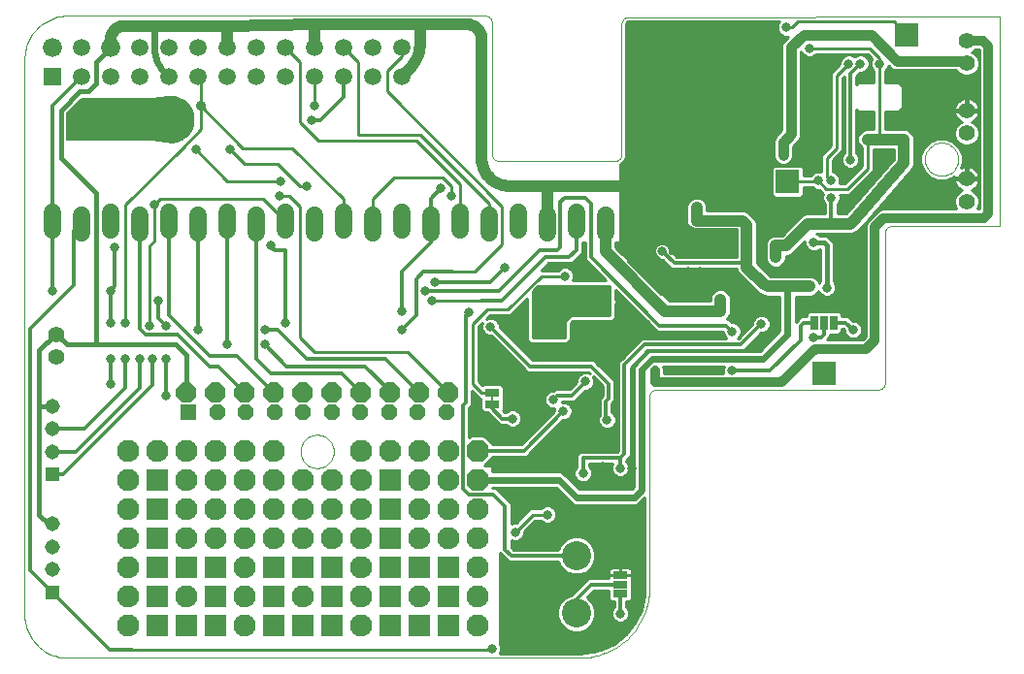
<source format=gbl>
G75*
G70*
%OFA0B0*%
%FSLAX24Y24*%
%IPPOS*%
%LPD*%
%AMOC8*
5,1,8,0,0,1.08239X$1,22.5*
%
%ADD10C,0.0000*%
%ADD11R,0.0594X0.0594*%
%ADD12C,0.0660*%
%ADD13C,0.0594*%
%ADD14C,0.0560*%
%ADD15R,0.0515X0.0515*%
%ADD16C,0.0515*%
%ADD17C,0.0600*%
%ADD18OC8,0.0700*%
%ADD19C,0.1000*%
%ADD20R,0.0800X0.0800*%
%ADD21C,0.0080*%
%ADD22R,0.0500X0.0250*%
%ADD23R,0.0250X0.0500*%
%ADD24R,0.0554X0.0554*%
%ADD25OC8,0.0554*%
%ADD26C,0.0400*%
%ADD27C,0.0240*%
%ADD28C,0.0100*%
%ADD29C,0.0356*%
%ADD30C,0.0320*%
%ADD31C,0.0120*%
%ADD32C,0.0160*%
%ADD33C,0.0110*%
%ADD34C,0.0317*%
%ADD35C,0.0760*%
%ADD36R,0.0760X0.0760*%
%ADD37C,0.0350*%
%ADD38OC8,0.0760*%
%ADD39C,0.0360*%
%ADD40C,0.0320*%
%ADD41C,0.0360*%
%ADD42C,0.0050*%
D10*
X006865Y002944D02*
X006873Y022025D01*
X006875Y022101D01*
X006881Y022176D01*
X006890Y022252D01*
X006904Y022326D01*
X006921Y022400D01*
X006942Y022473D01*
X006967Y022545D01*
X006995Y022616D01*
X007026Y022685D01*
X007062Y022752D01*
X007100Y022818D01*
X007142Y022881D01*
X007187Y022942D01*
X007235Y023001D01*
X007286Y023058D01*
X007340Y023111D01*
X007396Y023162D01*
X007455Y023210D01*
X007516Y023255D01*
X007580Y023297D01*
X007645Y023336D01*
X007712Y023371D01*
X007782Y023402D01*
X007852Y023431D01*
X007924Y023455D01*
X007997Y023476D01*
X008071Y023493D01*
X008146Y023507D01*
X008221Y023516D01*
X008297Y023522D01*
X008373Y023524D01*
X022674Y023524D01*
X022704Y023522D01*
X022734Y023517D01*
X022763Y023508D01*
X022790Y023495D01*
X022816Y023480D01*
X022840Y023461D01*
X022861Y023440D01*
X022880Y023416D01*
X022895Y023390D01*
X022908Y023363D01*
X022917Y023334D01*
X022922Y023304D01*
X022924Y023274D01*
X022924Y018774D01*
X022926Y018744D01*
X022931Y018714D01*
X022940Y018685D01*
X022953Y018658D01*
X022968Y018632D01*
X022987Y018608D01*
X023008Y018587D01*
X023032Y018568D01*
X023058Y018553D01*
X023085Y018540D01*
X023114Y018531D01*
X023144Y018526D01*
X023174Y018524D01*
X027124Y018524D01*
X027154Y018526D01*
X027184Y018531D01*
X027213Y018540D01*
X027240Y018553D01*
X027266Y018568D01*
X027290Y018587D01*
X027311Y018608D01*
X027330Y018632D01*
X027345Y018658D01*
X027358Y018685D01*
X027367Y018714D01*
X027372Y018744D01*
X027374Y018774D01*
X027374Y023225D01*
X027376Y023255D01*
X027381Y023285D01*
X027390Y023314D01*
X027403Y023341D01*
X027418Y023367D01*
X027437Y023391D01*
X027458Y023412D01*
X027482Y023431D01*
X027508Y023446D01*
X027535Y023459D01*
X027564Y023468D01*
X027594Y023473D01*
X027624Y023475D01*
X040364Y023484D01*
X040364Y016304D01*
X036674Y016304D01*
X036644Y016302D01*
X036614Y016297D01*
X036585Y016288D01*
X036558Y016275D01*
X036532Y016260D01*
X036508Y016241D01*
X036487Y016220D01*
X036468Y016196D01*
X036453Y016170D01*
X036440Y016143D01*
X036431Y016114D01*
X036426Y016084D01*
X036424Y016054D01*
X036424Y010914D01*
X036422Y010884D01*
X036417Y010854D01*
X036408Y010825D01*
X036395Y010798D01*
X036380Y010772D01*
X036361Y010748D01*
X036340Y010727D01*
X036316Y010708D01*
X036290Y010693D01*
X036263Y010680D01*
X036234Y010671D01*
X036204Y010666D01*
X036174Y010664D01*
X028574Y010664D01*
X028544Y010662D01*
X028514Y010657D01*
X028485Y010648D01*
X028458Y010635D01*
X028432Y010620D01*
X028408Y010601D01*
X028387Y010580D01*
X028368Y010556D01*
X028353Y010530D01*
X028340Y010503D01*
X028331Y010474D01*
X028326Y010444D01*
X028324Y010414D01*
X028324Y003844D01*
X028321Y003730D01*
X028313Y003616D01*
X028300Y003502D01*
X028281Y003390D01*
X028256Y003278D01*
X028227Y003168D01*
X028192Y003059D01*
X028152Y002952D01*
X028107Y002847D01*
X028057Y002744D01*
X028002Y002644D01*
X027943Y002546D01*
X027879Y002452D01*
X027811Y002360D01*
X027738Y002272D01*
X027661Y002188D01*
X027580Y002107D01*
X027496Y002030D01*
X027408Y001957D01*
X027316Y001889D01*
X027222Y001825D01*
X027124Y001766D01*
X027024Y001711D01*
X026921Y001661D01*
X026816Y001616D01*
X026709Y001576D01*
X026600Y001541D01*
X026490Y001512D01*
X026378Y001487D01*
X026266Y001468D01*
X026152Y001455D01*
X026038Y001447D01*
X025924Y001444D01*
X008365Y001444D01*
X008289Y001446D01*
X008213Y001452D01*
X008138Y001461D01*
X008063Y001475D01*
X007989Y001492D01*
X007916Y001513D01*
X007844Y001537D01*
X007774Y001566D01*
X007705Y001597D01*
X007637Y001632D01*
X007572Y001671D01*
X007508Y001713D01*
X007447Y001758D01*
X007388Y001806D01*
X007332Y001857D01*
X007278Y001910D01*
X007227Y001967D01*
X007179Y002026D01*
X007134Y002087D01*
X007092Y002150D01*
X007054Y002216D01*
X007018Y002283D01*
X006987Y002352D01*
X006958Y002423D01*
X006934Y002495D01*
X006913Y002568D01*
X006896Y002642D01*
X006882Y002716D01*
X006873Y002792D01*
X006867Y002868D01*
X006865Y002944D01*
X016347Y008543D02*
X016349Y008590D01*
X016355Y008637D01*
X016364Y008683D01*
X016378Y008728D01*
X016395Y008772D01*
X016416Y008815D01*
X016440Y008855D01*
X016467Y008894D01*
X016498Y008930D01*
X016531Y008963D01*
X016567Y008994D01*
X016606Y009021D01*
X016646Y009045D01*
X016689Y009066D01*
X016733Y009083D01*
X016778Y009097D01*
X016824Y009106D01*
X016871Y009112D01*
X016918Y009114D01*
X016965Y009112D01*
X017012Y009106D01*
X017058Y009097D01*
X017103Y009083D01*
X017147Y009066D01*
X017190Y009045D01*
X017230Y009021D01*
X017269Y008994D01*
X017305Y008963D01*
X017338Y008930D01*
X017369Y008894D01*
X017396Y008855D01*
X017420Y008815D01*
X017441Y008772D01*
X017458Y008728D01*
X017472Y008683D01*
X017481Y008637D01*
X017487Y008590D01*
X017489Y008543D01*
X017487Y008496D01*
X017481Y008449D01*
X017472Y008403D01*
X017458Y008358D01*
X017441Y008314D01*
X017420Y008271D01*
X017396Y008231D01*
X017369Y008192D01*
X017338Y008156D01*
X017305Y008123D01*
X017269Y008092D01*
X017230Y008065D01*
X017190Y008041D01*
X017147Y008020D01*
X017103Y008003D01*
X017058Y007989D01*
X017012Y007980D01*
X016965Y007974D01*
X016918Y007972D01*
X016871Y007974D01*
X016824Y007980D01*
X016778Y007989D01*
X016733Y008003D01*
X016689Y008020D01*
X016646Y008041D01*
X016606Y008065D01*
X016567Y008092D01*
X016531Y008123D01*
X016498Y008156D01*
X016467Y008192D01*
X016440Y008231D01*
X016416Y008271D01*
X016395Y008314D01*
X016378Y008358D01*
X016364Y008403D01*
X016355Y008449D01*
X016349Y008496D01*
X016347Y008543D01*
X037792Y018586D02*
X037794Y018633D01*
X037800Y018680D01*
X037809Y018726D01*
X037823Y018771D01*
X037840Y018815D01*
X037861Y018858D01*
X037885Y018898D01*
X037912Y018937D01*
X037943Y018973D01*
X037976Y019006D01*
X038012Y019037D01*
X038051Y019064D01*
X038091Y019088D01*
X038134Y019109D01*
X038178Y019126D01*
X038223Y019140D01*
X038269Y019149D01*
X038316Y019155D01*
X038363Y019157D01*
X038410Y019155D01*
X038457Y019149D01*
X038503Y019140D01*
X038548Y019126D01*
X038592Y019109D01*
X038635Y019088D01*
X038675Y019064D01*
X038714Y019037D01*
X038750Y019006D01*
X038783Y018973D01*
X038814Y018937D01*
X038841Y018898D01*
X038865Y018858D01*
X038886Y018815D01*
X038903Y018771D01*
X038917Y018726D01*
X038926Y018680D01*
X038932Y018633D01*
X038934Y018586D01*
X038932Y018539D01*
X038926Y018492D01*
X038917Y018446D01*
X038903Y018401D01*
X038886Y018357D01*
X038865Y018314D01*
X038841Y018274D01*
X038814Y018235D01*
X038783Y018199D01*
X038750Y018166D01*
X038714Y018135D01*
X038675Y018108D01*
X038635Y018084D01*
X038592Y018063D01*
X038548Y018046D01*
X038503Y018032D01*
X038457Y018023D01*
X038410Y018017D01*
X038363Y018015D01*
X038316Y018017D01*
X038269Y018023D01*
X038223Y018032D01*
X038178Y018046D01*
X038134Y018063D01*
X038091Y018084D01*
X038051Y018108D01*
X038012Y018135D01*
X037976Y018166D01*
X037943Y018199D01*
X037912Y018235D01*
X037885Y018274D01*
X037861Y018314D01*
X037840Y018357D01*
X037823Y018401D01*
X037809Y018446D01*
X037800Y018492D01*
X037794Y018539D01*
X037792Y018586D01*
D11*
X007824Y021424D03*
D12*
X007824Y022424D03*
X009824Y022424D03*
D13*
X010824Y022424D03*
X011824Y022424D03*
X012824Y022424D03*
X013824Y022424D03*
X014824Y022424D03*
X015824Y022424D03*
X016824Y022424D03*
X017824Y022424D03*
X018824Y022424D03*
X019824Y022424D03*
X019824Y021424D03*
X018824Y021424D03*
X017824Y021424D03*
X016824Y021424D03*
X015824Y021424D03*
X014824Y021424D03*
X013824Y021424D03*
X012824Y021424D03*
X011824Y021424D03*
X010824Y021424D03*
X009824Y021424D03*
X008824Y021424D03*
X008824Y022424D03*
D14*
X007974Y012568D03*
X007974Y011781D03*
X039224Y017131D03*
X039224Y017918D03*
X039224Y019481D03*
X039224Y020268D03*
X039224Y021881D03*
X039224Y022668D03*
D15*
X007824Y007743D03*
X007824Y003693D03*
D16*
X007824Y004481D03*
X007824Y005268D03*
X007824Y006056D03*
X007824Y008531D03*
X007824Y009318D03*
X007824Y010106D03*
D17*
X008824Y016074D02*
X008824Y016674D01*
X007824Y016774D02*
X007824Y016174D01*
X009824Y016174D02*
X009824Y016774D01*
X010824Y016674D02*
X010824Y016074D01*
X011824Y016174D02*
X011824Y016774D01*
X012824Y016674D02*
X012824Y016074D01*
X013824Y016174D02*
X013824Y016774D01*
X014824Y016674D02*
X014824Y016074D01*
X015824Y016174D02*
X015824Y016774D01*
X016824Y016674D02*
X016824Y016074D01*
X017824Y016174D02*
X017824Y016774D01*
X018824Y016674D02*
X018824Y016074D01*
X019824Y016174D02*
X019824Y016774D01*
X020824Y016674D02*
X020824Y016074D01*
X021824Y016174D02*
X021824Y016774D01*
X022824Y016674D02*
X022824Y016074D01*
X023824Y016174D02*
X023824Y016774D01*
X024824Y016674D02*
X024824Y016074D01*
X025824Y016174D02*
X025824Y016774D01*
X026824Y016674D02*
X026824Y016074D01*
D18*
X021424Y010574D03*
X020424Y010574D03*
X019424Y010574D03*
X018424Y010574D03*
X017424Y010574D03*
X016424Y010574D03*
X015424Y010574D03*
X014424Y010574D03*
X013424Y010574D03*
X012424Y010574D03*
D19*
X025824Y004959D03*
X025824Y002990D03*
D20*
X034324Y011224D03*
X033074Y017824D03*
X037174Y022874D03*
D21*
X022924Y010524D02*
X022924Y010224D01*
D22*
X022924Y010174D03*
X022924Y010574D03*
X027324Y004294D03*
X027324Y003974D03*
X027324Y003654D03*
D23*
X034004Y012974D03*
X034324Y012974D03*
X034644Y012974D03*
D24*
X012495Y009899D03*
D25*
X013479Y009899D03*
X014463Y009899D03*
X015448Y009899D03*
X016432Y009899D03*
X017416Y009899D03*
X018400Y009899D03*
X019385Y009899D03*
X020369Y009899D03*
X021353Y009899D03*
D26*
X026824Y015424D02*
X028874Y013374D01*
X030774Y013374D01*
X030774Y013774D01*
X031674Y014874D02*
X032264Y014284D01*
X032408Y014224D01*
X033074Y014224D01*
X033424Y014224D01*
X033574Y014224D01*
X033824Y014224D01*
X032674Y015224D02*
X032674Y015624D01*
X033024Y015624D01*
X033774Y016374D01*
X034574Y016374D01*
X035239Y016374D01*
X035357Y016492D01*
X037074Y018459D01*
X037074Y019274D01*
X036324Y019274D01*
X035824Y019274D01*
X036274Y019274D02*
X036324Y019274D01*
X031674Y016324D02*
X031674Y014974D01*
X031674Y014874D01*
X031674Y016324D02*
X031524Y016474D01*
X029949Y016474D01*
X029949Y016924D01*
X028824Y017674D02*
X028624Y017524D01*
X028824Y017674D02*
X024824Y017674D01*
X024824Y016374D01*
X026824Y016374D02*
X026824Y015424D01*
X028824Y017674D02*
X028824Y017724D01*
X024824Y017674D02*
X023424Y017674D01*
X023366Y017681D01*
X023309Y017691D01*
X023252Y017704D01*
X023196Y017722D01*
X023142Y017742D01*
X023089Y017767D01*
X023037Y017794D01*
X022988Y017825D01*
X022940Y017858D01*
X022895Y017895D01*
X022852Y017934D01*
X022811Y017976D01*
X022773Y018020D01*
X022738Y018067D01*
X022707Y018116D01*
X022678Y018167D01*
X022652Y018219D01*
X022630Y018273D01*
X022611Y018328D01*
X022596Y018384D01*
X022584Y018442D01*
X022576Y018499D01*
X022572Y018557D01*
X022571Y018616D01*
X022574Y018674D01*
X022574Y022674D01*
X022575Y022717D01*
X022571Y022761D01*
X022564Y022804D01*
X022554Y022846D01*
X022540Y022887D01*
X022523Y022927D01*
X022503Y022965D01*
X022479Y023002D01*
X022452Y023036D01*
X022423Y023069D01*
X022391Y023098D01*
X022357Y023125D01*
X022321Y023149D01*
X022283Y023170D01*
X022243Y023188D01*
X022202Y023202D01*
X022160Y023213D01*
X022117Y023221D01*
X022074Y023224D01*
X020449Y023224D01*
X020449Y022527D01*
X020449Y023224D02*
X016824Y023224D01*
X016824Y022424D01*
X016824Y023224D02*
X013824Y023174D01*
X013824Y022424D01*
X013824Y023174D02*
X011324Y023174D01*
X010324Y023174D01*
X009892Y022926D02*
X009872Y022887D01*
X009855Y022846D01*
X009841Y022804D01*
X009832Y022762D01*
X009826Y022718D01*
X009824Y022674D01*
X009824Y022424D01*
X009892Y022926D02*
X009916Y022962D01*
X009942Y022997D01*
X009972Y023029D01*
X010004Y023058D01*
X010038Y023084D01*
X010075Y023108D01*
X010114Y023128D01*
X010154Y023144D01*
X010195Y023157D01*
X010238Y023166D01*
X010281Y023172D01*
X010324Y023174D01*
X020111Y021712D02*
X020155Y021759D01*
X020197Y021809D01*
X020236Y021860D01*
X020271Y021914D01*
X020304Y021970D01*
X020334Y022027D01*
X020360Y022086D01*
X020383Y022147D01*
X020403Y022208D01*
X020419Y022271D01*
X020432Y022334D01*
X020441Y022398D01*
X020446Y022462D01*
X020448Y022527D01*
X020111Y021712D02*
X019824Y021424D01*
D27*
X011690Y021558D02*
X011645Y021606D01*
X011603Y021655D01*
X011563Y021707D01*
X011526Y021761D01*
X011491Y021817D01*
X011460Y021875D01*
X011432Y021934D01*
X011407Y021994D01*
X011385Y022056D01*
X011367Y022118D01*
X011351Y022182D01*
X011339Y022246D01*
X011331Y022311D01*
X011326Y022377D01*
X011324Y022442D01*
X011324Y023174D01*
X011690Y021558D02*
X011824Y021424D01*
X028074Y011374D02*
X028424Y011724D01*
X032224Y011724D01*
X033074Y012574D01*
X033074Y014224D01*
X033574Y014224D01*
X028074Y011374D02*
X028074Y007224D01*
X027824Y006974D01*
X025824Y006974D01*
X025224Y007574D01*
X022424Y007574D01*
D28*
X022673Y008074D02*
X022954Y008355D01*
X022954Y008364D01*
X024111Y008364D01*
X024234Y008487D01*
X024234Y008487D01*
X025361Y009614D01*
X025436Y009614D01*
X025550Y009662D01*
X025637Y009749D01*
X025684Y009863D01*
X025684Y009986D01*
X025637Y010100D01*
X025550Y010187D01*
X025436Y010234D01*
X025322Y010234D01*
X025334Y010263D01*
X025334Y010264D01*
X025761Y010264D01*
X025884Y010387D01*
X026131Y010634D01*
X026186Y010634D01*
X026300Y010682D01*
X026387Y010769D01*
X026434Y010883D01*
X026434Y011006D01*
X026391Y011111D01*
X026714Y010787D01*
X026714Y010461D01*
X026614Y010361D01*
X026614Y009803D01*
X026611Y009800D01*
X026564Y009686D01*
X026564Y009563D01*
X026611Y009449D01*
X026698Y009362D01*
X026812Y009314D01*
X026936Y009314D01*
X027050Y009362D01*
X027137Y009449D01*
X027184Y009563D01*
X027184Y009686D01*
X027137Y009800D01*
X027050Y009887D01*
X027034Y009894D01*
X027034Y010187D01*
X027134Y010287D01*
X027134Y010961D01*
X027084Y011011D01*
X027084Y011011D01*
X026534Y011561D01*
X026411Y011684D01*
X024311Y011684D01*
X023184Y012811D01*
X023184Y012886D01*
X023137Y013000D01*
X023050Y013087D01*
X022936Y013134D01*
X022812Y013134D01*
X022735Y013102D01*
X022857Y013224D01*
X023557Y013224D01*
X024124Y013792D01*
X024124Y012392D01*
X024241Y012274D01*
X025507Y012274D01*
X025624Y012392D01*
X025624Y012942D01*
X025707Y013024D01*
X027057Y013024D01*
X027174Y013142D01*
X027174Y013639D01*
X027184Y013663D01*
X027184Y013786D01*
X027174Y013810D01*
X027174Y014077D01*
X028587Y012664D01*
X030864Y012664D01*
X030864Y012613D01*
X030911Y012499D01*
X030976Y012434D01*
X028087Y012434D01*
X027964Y012311D01*
X027387Y011734D01*
X027264Y011611D01*
X027264Y008561D01*
X027237Y008534D01*
X025962Y008534D01*
X025839Y008411D01*
X025839Y008028D01*
X025786Y007975D01*
X025739Y007861D01*
X025739Y007738D01*
X025786Y007624D01*
X025873Y007537D01*
X025987Y007489D01*
X026111Y007489D01*
X026225Y007537D01*
X026312Y007624D01*
X026359Y007738D01*
X026359Y007861D01*
X026312Y007975D01*
X026259Y008028D01*
X026259Y008114D01*
X027046Y008114D01*
X027014Y008036D01*
X027014Y007913D01*
X027061Y007799D01*
X027148Y007712D01*
X027262Y007664D01*
X027386Y007664D01*
X027500Y007712D01*
X027587Y007799D01*
X027634Y007913D01*
X027634Y008036D01*
X027587Y008150D01*
X027534Y008203D01*
X027534Y008237D01*
X027561Y008264D01*
X027684Y008387D01*
X027684Y011437D01*
X028261Y012014D01*
X031561Y012014D01*
X031684Y012137D01*
X032161Y012614D01*
X032236Y012614D01*
X032350Y012662D01*
X032437Y012749D01*
X032484Y012863D01*
X032484Y012986D01*
X032437Y013100D01*
X032350Y013187D01*
X032236Y013234D01*
X032112Y013234D01*
X031998Y013187D01*
X031911Y013100D01*
X031864Y012986D01*
X031864Y012911D01*
X031387Y012434D01*
X031372Y012434D01*
X031437Y012499D01*
X031484Y012613D01*
X031484Y012736D01*
X031437Y012850D01*
X031350Y012937D01*
X031236Y012984D01*
X031161Y012984D01*
X031061Y013084D01*
X030979Y013084D01*
X031071Y013176D01*
X031124Y013305D01*
X031124Y013844D01*
X031071Y013973D01*
X030972Y014071D01*
X030844Y014124D01*
X030704Y014124D01*
X030576Y014071D01*
X030477Y013973D01*
X030424Y013844D01*
X030424Y013724D01*
X029019Y013724D01*
X027174Y015569D01*
X027174Y015724D01*
X027324Y015724D01*
X027324Y018428D01*
X027417Y018482D01*
X027524Y018667D01*
X027524Y023225D01*
X027527Y023250D01*
X027553Y023295D01*
X027598Y023321D01*
X027624Y023325D01*
X027638Y023325D01*
X027686Y023325D01*
X032800Y023329D01*
X032761Y023290D01*
X032714Y023176D01*
X032714Y023053D01*
X032761Y022939D01*
X032848Y022852D01*
X032962Y022804D01*
X033086Y022804D01*
X033088Y022806D01*
X033012Y022729D01*
X032919Y022636D01*
X032869Y022515D01*
X032869Y019586D01*
X032737Y019454D01*
X032644Y019361D01*
X032594Y019240D01*
X032594Y018659D01*
X032644Y018537D01*
X032737Y018445D01*
X032858Y018394D01*
X032990Y018394D01*
X033111Y018445D01*
X033204Y018537D01*
X033254Y018659D01*
X033254Y019038D01*
X033479Y019262D01*
X033529Y019384D01*
X033529Y022307D01*
X033561Y022229D01*
X033648Y022142D01*
X033762Y022094D01*
X033886Y022094D01*
X034000Y022142D01*
X034062Y022204D01*
X035819Y022204D01*
X035965Y022054D01*
X035961Y022050D01*
X035914Y021936D01*
X035914Y021813D01*
X035961Y021699D01*
X036024Y021636D01*
X036024Y021224D01*
X035491Y021224D01*
X035434Y021167D01*
X035434Y021437D01*
X035561Y021564D01*
X035636Y021564D01*
X035750Y021612D01*
X035837Y021699D01*
X035884Y021813D01*
X035884Y021936D01*
X035837Y022050D01*
X035750Y022137D01*
X035636Y022184D01*
X035512Y022184D01*
X035398Y022137D01*
X035374Y022113D01*
X035350Y022137D01*
X035236Y022184D01*
X035112Y022184D01*
X034998Y022137D01*
X034911Y022050D01*
X034864Y021936D01*
X034864Y021847D01*
X034574Y021557D01*
X034574Y019057D01*
X034341Y018824D01*
X034224Y018707D01*
X034224Y018144D01*
X034186Y018159D01*
X034062Y018159D01*
X033948Y018112D01*
X033861Y018025D01*
X033861Y018024D01*
X033624Y018024D01*
X033624Y018287D01*
X033536Y018374D01*
X032612Y018374D01*
X032524Y018287D01*
X032524Y017362D01*
X032612Y017274D01*
X033536Y017274D01*
X033624Y017362D01*
X033624Y017624D01*
X033911Y017624D01*
X033948Y017587D01*
X034062Y017539D01*
X034151Y017539D01*
X034199Y017492D01*
X034290Y017400D01*
X034264Y017336D01*
X034264Y017213D01*
X034311Y017099D01*
X034364Y017046D01*
X034364Y016724D01*
X033704Y016724D01*
X033576Y016671D01*
X032879Y015974D01*
X032604Y015974D01*
X032476Y015921D01*
X032377Y015823D01*
X032324Y015694D01*
X032324Y015155D01*
X032377Y015026D01*
X032476Y014928D01*
X032604Y014874D01*
X032744Y014874D01*
X032872Y014928D01*
X032971Y015026D01*
X033024Y015155D01*
X033024Y015274D01*
X033094Y015274D01*
X033222Y015328D01*
X033321Y015426D01*
X033664Y015769D01*
X033664Y015663D01*
X033711Y015549D01*
X033798Y015462D01*
X033912Y015414D01*
X034036Y015414D01*
X034150Y015462D01*
X034182Y015494D01*
X034194Y015494D01*
X034194Y014383D01*
X034161Y014350D01*
X034156Y014337D01*
X034121Y014423D01*
X034022Y014521D01*
X033894Y014574D01*
X032478Y014574D01*
X032463Y014581D01*
X032024Y015019D01*
X032024Y016394D01*
X031971Y016523D01*
X031872Y016621D01*
X031821Y016673D01*
X031722Y016771D01*
X031594Y016824D01*
X030299Y016824D01*
X030299Y016994D01*
X030246Y017123D01*
X030147Y017221D01*
X030019Y017274D01*
X029879Y017274D01*
X029751Y017221D01*
X029652Y017123D01*
X029599Y016994D01*
X029599Y016405D01*
X029652Y016276D01*
X029751Y016178D01*
X029879Y016124D01*
X031324Y016124D01*
X031324Y015234D01*
X029267Y015234D01*
X029084Y015414D01*
X029084Y015486D01*
X029037Y015600D01*
X028950Y015687D01*
X028836Y015734D01*
X028712Y015734D01*
X028598Y015687D01*
X028511Y015600D01*
X028464Y015486D01*
X028464Y015363D01*
X027380Y015363D01*
X027282Y015461D02*
X028464Y015461D01*
X028464Y015363D02*
X028511Y015249D01*
X028598Y015162D01*
X028712Y015114D01*
X028790Y015114D01*
X029033Y014875D01*
X029094Y014814D01*
X029095Y014814D01*
X029096Y014814D01*
X029182Y014814D01*
X031324Y014814D01*
X031324Y014805D01*
X031377Y014676D01*
X031968Y014086D01*
X032066Y013987D01*
X032210Y013928D01*
X032210Y013928D01*
X032338Y013874D01*
X032804Y013874D01*
X032804Y012686D01*
X032112Y011994D01*
X028370Y011994D01*
X028271Y011953D01*
X028195Y011877D01*
X027845Y011527D01*
X027804Y011428D01*
X027804Y007336D01*
X027712Y007244D01*
X025936Y007244D01*
X025377Y007803D01*
X025278Y007844D01*
X022924Y007844D01*
X022924Y008074D01*
X025839Y008074D01*
X025839Y008172D02*
X022771Y008172D01*
X022673Y008074D02*
X022924Y008074D01*
X022924Y007975D02*
X025787Y007975D01*
X025745Y007877D02*
X022924Y007877D01*
X022870Y008271D02*
X025839Y008271D01*
X025839Y008369D02*
X024116Y008369D01*
X024214Y008468D02*
X025895Y008468D01*
X026259Y008074D02*
X027030Y008074D01*
X027014Y007975D02*
X026311Y007975D01*
X026352Y007877D02*
X027029Y007877D01*
X027081Y007778D02*
X026359Y007778D01*
X026335Y007680D02*
X027225Y007680D01*
X027423Y007680D02*
X027804Y007680D01*
X027804Y007778D02*
X027566Y007778D01*
X027619Y007877D02*
X027804Y007877D01*
X027804Y007975D02*
X027634Y007975D01*
X027618Y008074D02*
X027804Y008074D01*
X027804Y008172D02*
X027564Y008172D01*
X027567Y008271D02*
X027804Y008271D01*
X027804Y008369D02*
X027666Y008369D01*
X027684Y008468D02*
X027804Y008468D01*
X027804Y008566D02*
X027684Y008566D01*
X027684Y008665D02*
X027804Y008665D01*
X027804Y008763D02*
X027684Y008763D01*
X027684Y008862D02*
X027804Y008862D01*
X027804Y008960D02*
X027684Y008960D01*
X027684Y009059D02*
X027804Y009059D01*
X027804Y009157D02*
X027684Y009157D01*
X027684Y009256D02*
X027804Y009256D01*
X027804Y009354D02*
X027684Y009354D01*
X027684Y009453D02*
X027804Y009453D01*
X027804Y009551D02*
X027684Y009551D01*
X027684Y009650D02*
X027804Y009650D01*
X027804Y009748D02*
X027684Y009748D01*
X027684Y009847D02*
X027804Y009847D01*
X027804Y009945D02*
X027684Y009945D01*
X027684Y010044D02*
X027804Y010044D01*
X027804Y010142D02*
X027684Y010142D01*
X027684Y010241D02*
X027804Y010241D01*
X027804Y010339D02*
X027684Y010339D01*
X027684Y010438D02*
X027804Y010438D01*
X027804Y010536D02*
X027684Y010536D01*
X027684Y010635D02*
X027804Y010635D01*
X027804Y010733D02*
X027684Y010733D01*
X027684Y010832D02*
X027804Y010832D01*
X027804Y010930D02*
X027684Y010930D01*
X027684Y011029D02*
X027804Y011029D01*
X027804Y011127D02*
X027684Y011127D01*
X027684Y011226D02*
X027804Y011226D01*
X027804Y011324D02*
X027684Y011324D01*
X027684Y011423D02*
X027804Y011423D01*
X027768Y011521D02*
X027843Y011521D01*
X027866Y011620D02*
X027938Y011620D01*
X027965Y011718D02*
X028036Y011718D01*
X028063Y011817D02*
X028135Y011817D01*
X028162Y011915D02*
X028233Y011915D01*
X028260Y012014D02*
X032132Y012014D01*
X032230Y012112D02*
X031659Y012112D01*
X031757Y012211D02*
X032329Y012211D01*
X032427Y012309D02*
X031856Y012309D01*
X031954Y012408D02*
X032526Y012408D01*
X032624Y012506D02*
X032053Y012506D01*
X032151Y012605D02*
X032723Y012605D01*
X032804Y012703D02*
X032391Y012703D01*
X032459Y012802D02*
X032804Y012802D01*
X032804Y012900D02*
X032484Y012900D01*
X032479Y012999D02*
X032804Y012999D01*
X032804Y013097D02*
X032438Y013097D01*
X032328Y013196D02*
X032804Y013196D01*
X032804Y013294D02*
X031120Y013294D01*
X031124Y013393D02*
X032804Y013393D01*
X032804Y013491D02*
X031124Y013491D01*
X031124Y013590D02*
X032804Y013590D01*
X032804Y013688D02*
X031124Y013688D01*
X031124Y013787D02*
X032804Y013787D01*
X033344Y013787D02*
X035764Y013787D01*
X035764Y013885D02*
X034536Y013885D01*
X034486Y013864D02*
X034600Y013912D01*
X034687Y013999D01*
X034734Y014113D01*
X034734Y014236D01*
X034687Y014350D01*
X034654Y014383D01*
X034654Y015720D01*
X034419Y015954D01*
X034182Y015954D01*
X034150Y015987D01*
X034060Y016024D01*
X035309Y016024D01*
X035438Y016078D01*
X035564Y016204D01*
X035574Y016209D01*
X035612Y016253D01*
X035653Y016293D01*
X035658Y016305D01*
X037330Y018220D01*
X037371Y018261D01*
X037375Y018272D01*
X037383Y018281D01*
X037402Y018336D01*
X037424Y018389D01*
X037424Y018402D01*
X037428Y018413D01*
X037424Y018471D01*
X037424Y019344D01*
X037371Y019473D01*
X037272Y019571D01*
X037144Y019624D01*
X036424Y019624D01*
X036424Y020224D01*
X036907Y020224D01*
X037024Y020342D01*
X037024Y021107D01*
X036907Y021224D01*
X036424Y021224D01*
X036424Y021636D01*
X036487Y021699D01*
X036530Y021804D01*
X036542Y021792D01*
X036544Y021787D01*
X036587Y021744D01*
X036629Y021700D01*
X036634Y021698D01*
X036637Y021695D01*
X036693Y021671D01*
X036749Y021646D01*
X036754Y021646D01*
X036758Y021644D01*
X036819Y021644D01*
X036880Y021643D01*
X036885Y021644D01*
X038856Y021644D01*
X038859Y021637D01*
X038980Y021516D01*
X039138Y021451D01*
X039309Y021451D01*
X039467Y021516D01*
X039588Y021637D01*
X039654Y021795D01*
X039654Y021966D01*
X039588Y022124D01*
X039467Y022245D01*
X039397Y022274D01*
X039467Y022304D01*
X039522Y022358D01*
X039652Y022358D01*
X039664Y022346D01*
X039664Y016884D01*
X039586Y016884D01*
X039588Y016887D01*
X039654Y017045D01*
X039654Y017216D01*
X039588Y017374D01*
X039467Y017495D01*
X039398Y017524D01*
X039449Y017550D01*
X039504Y017590D01*
X039552Y017638D01*
X039592Y017693D01*
X039622Y017753D01*
X039643Y017817D01*
X039654Y017884D01*
X039654Y017889D01*
X039253Y017889D01*
X039253Y017947D01*
X039654Y017947D01*
X039654Y017952D01*
X039643Y018019D01*
X039622Y018083D01*
X039592Y018143D01*
X039552Y018198D01*
X039504Y018246D01*
X039449Y018286D01*
X039389Y018317D01*
X039325Y018338D01*
X039258Y018348D01*
X039253Y018348D01*
X039253Y017947D01*
X039195Y017947D01*
X039195Y018348D01*
X039190Y018348D01*
X039123Y018338D01*
X039059Y018317D01*
X039025Y018299D01*
X039084Y018442D01*
X039084Y018729D01*
X038974Y018994D01*
X038772Y019197D01*
X038507Y019307D01*
X038220Y019307D01*
X037955Y019197D01*
X037752Y018994D01*
X037642Y018729D01*
X037642Y018442D01*
X037752Y018177D01*
X037955Y017975D01*
X038220Y017865D01*
X038507Y017865D01*
X038772Y017975D01*
X038802Y018005D01*
X038794Y017952D01*
X038794Y017947D01*
X039195Y017947D01*
X039195Y017889D01*
X038794Y017889D01*
X038794Y017884D01*
X038804Y017817D01*
X038825Y017753D01*
X038856Y017693D01*
X038896Y017638D01*
X038944Y017590D01*
X038999Y017550D01*
X039050Y017524D01*
X038980Y017495D01*
X038859Y017374D01*
X038794Y017216D01*
X038794Y017045D01*
X038859Y016887D01*
X038862Y016884D01*
X036312Y016884D01*
X036198Y016837D01*
X035898Y016537D01*
X035811Y016450D01*
X035764Y016336D01*
X035764Y012503D01*
X035646Y012384D01*
X034431Y012384D01*
X034534Y012487D01*
X034534Y012574D01*
X034831Y012574D01*
X034919Y012662D01*
X034919Y012764D01*
X034987Y012764D01*
X035014Y012737D01*
X035014Y012663D01*
X035061Y012549D01*
X035148Y012462D01*
X035262Y012414D01*
X035386Y012414D01*
X035500Y012462D01*
X035587Y012549D01*
X035634Y012663D01*
X035634Y012786D01*
X035587Y012900D01*
X035500Y012987D01*
X035386Y013034D01*
X035311Y013034D01*
X035161Y013184D01*
X034919Y013184D01*
X034919Y013287D01*
X034831Y013374D01*
X033817Y013374D01*
X033729Y013287D01*
X033729Y013184D01*
X033537Y013184D01*
X033414Y013061D01*
X033344Y012991D01*
X033344Y013874D01*
X033894Y013874D01*
X034022Y013928D01*
X034121Y014026D01*
X034135Y014061D01*
X034161Y013999D01*
X034248Y013912D01*
X034362Y013864D01*
X034486Y013864D01*
X034311Y013885D02*
X033920Y013885D01*
X034078Y013984D02*
X034176Y013984D01*
X034672Y013984D02*
X035764Y013984D01*
X035764Y014082D02*
X034721Y014082D01*
X034734Y014181D02*
X035764Y014181D01*
X035764Y014279D02*
X034716Y014279D01*
X034659Y014378D02*
X035764Y014378D01*
X035764Y014476D02*
X034654Y014476D01*
X034654Y014575D02*
X035764Y014575D01*
X035764Y014673D02*
X034654Y014673D01*
X034654Y014772D02*
X035764Y014772D01*
X035764Y014870D02*
X034654Y014870D01*
X034654Y014969D02*
X035764Y014969D01*
X035764Y015067D02*
X034654Y015067D01*
X034654Y015166D02*
X035764Y015166D01*
X035764Y015264D02*
X034654Y015264D01*
X034654Y015363D02*
X035764Y015363D01*
X035764Y015461D02*
X034654Y015461D01*
X034654Y015560D02*
X035764Y015560D01*
X035764Y015658D02*
X034654Y015658D01*
X034617Y015757D02*
X035764Y015757D01*
X035764Y015855D02*
X034518Y015855D01*
X034420Y015954D02*
X035764Y015954D01*
X035764Y016052D02*
X035377Y016052D01*
X035511Y016151D02*
X035764Y016151D01*
X035764Y016249D02*
X035610Y016249D01*
X035696Y016348D02*
X035769Y016348D01*
X035782Y016446D02*
X035810Y016446D01*
X035868Y016545D02*
X035906Y016545D01*
X035954Y016643D02*
X036005Y016643D01*
X036040Y016742D02*
X036103Y016742D01*
X036126Y016840D02*
X036206Y016840D01*
X036212Y016939D02*
X038838Y016939D01*
X038797Y017037D02*
X036298Y017037D01*
X036384Y017136D02*
X038794Y017136D01*
X038801Y017234D02*
X036470Y017234D01*
X036555Y017333D02*
X038842Y017333D01*
X038917Y017431D02*
X036641Y017431D01*
X036727Y017530D02*
X039039Y017530D01*
X038905Y017628D02*
X036813Y017628D01*
X036899Y017727D02*
X038839Y017727D01*
X038803Y017825D02*
X036985Y017825D01*
X037071Y017924D02*
X038077Y017924D01*
X037907Y018022D02*
X037157Y018022D01*
X037243Y018121D02*
X037809Y018121D01*
X037735Y018219D02*
X037329Y018219D01*
X037396Y018318D02*
X037694Y018318D01*
X037653Y018416D02*
X037428Y018416D01*
X037424Y018515D02*
X037642Y018515D01*
X037642Y018613D02*
X037424Y018613D01*
X037424Y018712D02*
X037642Y018712D01*
X037676Y018810D02*
X037424Y018810D01*
X037424Y018909D02*
X037717Y018909D01*
X037765Y019007D02*
X037424Y019007D01*
X037424Y019106D02*
X037864Y019106D01*
X037973Y019204D02*
X037424Y019204D01*
X037424Y019303D02*
X038211Y019303D01*
X038516Y019303D02*
X038832Y019303D01*
X038859Y019237D02*
X038980Y019116D01*
X039138Y019051D01*
X039309Y019051D01*
X039467Y019116D01*
X039588Y019237D01*
X039654Y019395D01*
X039654Y019566D01*
X039588Y019724D01*
X039467Y019845D01*
X039398Y019874D01*
X039449Y019900D01*
X039504Y019940D01*
X039552Y019988D01*
X039592Y020043D01*
X039622Y020103D01*
X039643Y020167D01*
X039654Y020234D01*
X039654Y020239D01*
X039253Y020239D01*
X039253Y020297D01*
X039654Y020297D01*
X039654Y020302D01*
X039643Y020369D01*
X039622Y020433D01*
X039592Y020493D01*
X039552Y020548D01*
X039504Y020596D01*
X039449Y020636D01*
X039389Y020667D01*
X039325Y020688D01*
X039258Y020698D01*
X039253Y020698D01*
X039253Y020297D01*
X039195Y020297D01*
X039195Y020698D01*
X039190Y020698D01*
X039123Y020688D01*
X039059Y020667D01*
X038999Y020636D01*
X038944Y020596D01*
X038896Y020548D01*
X038856Y020493D01*
X038825Y020433D01*
X038804Y020369D01*
X038794Y020302D01*
X038794Y020297D01*
X039195Y020297D01*
X039195Y020239D01*
X038794Y020239D01*
X038794Y020234D01*
X038804Y020167D01*
X038825Y020103D01*
X038856Y020043D01*
X038896Y019988D01*
X038944Y019940D01*
X038999Y019900D01*
X039050Y019874D01*
X038980Y019845D01*
X038859Y019724D01*
X038794Y019566D01*
X038794Y019395D01*
X038859Y019237D01*
X038892Y019204D02*
X038753Y019204D01*
X038863Y019106D02*
X039005Y019106D01*
X038961Y019007D02*
X039664Y019007D01*
X039664Y018909D02*
X039010Y018909D01*
X039050Y018810D02*
X039664Y018810D01*
X039664Y018712D02*
X039084Y018712D01*
X039084Y018613D02*
X039664Y018613D01*
X039664Y018515D02*
X039084Y018515D01*
X039073Y018416D02*
X039664Y018416D01*
X039664Y018318D02*
X039385Y018318D01*
X039253Y018318D02*
X039195Y018318D01*
X039195Y018219D02*
X039253Y018219D01*
X039253Y018121D02*
X039195Y018121D01*
X039195Y018022D02*
X039253Y018022D01*
X039253Y017924D02*
X039664Y017924D01*
X039664Y018022D02*
X039642Y018022D01*
X039664Y018121D02*
X039603Y018121D01*
X039664Y018219D02*
X039531Y018219D01*
X039645Y017825D02*
X039664Y017825D01*
X039664Y017727D02*
X039609Y017727D01*
X039664Y017628D02*
X039542Y017628D01*
X039664Y017530D02*
X039409Y017530D01*
X039531Y017431D02*
X039664Y017431D01*
X039664Y017333D02*
X039606Y017333D01*
X039646Y017234D02*
X039664Y017234D01*
X039654Y017136D02*
X039664Y017136D01*
X039651Y017037D02*
X039664Y017037D01*
X039664Y016939D02*
X039610Y016939D01*
X039195Y017924D02*
X038649Y017924D01*
X039033Y018318D02*
X039063Y018318D01*
X039443Y019106D02*
X039664Y019106D01*
X039664Y019204D02*
X039556Y019204D01*
X039616Y019303D02*
X039664Y019303D01*
X039654Y019401D02*
X039664Y019401D01*
X039654Y019500D02*
X039664Y019500D01*
X039664Y019598D02*
X039641Y019598D01*
X039664Y019697D02*
X039600Y019697D01*
X039664Y019795D02*
X039517Y019795D01*
X039437Y019894D02*
X039664Y019894D01*
X039664Y019992D02*
X039555Y019992D01*
X039616Y020091D02*
X039664Y020091D01*
X039664Y020189D02*
X039647Y020189D01*
X039664Y020288D02*
X039253Y020288D01*
X039195Y020288D02*
X036970Y020288D01*
X037024Y020386D02*
X038810Y020386D01*
X038852Y020485D02*
X037024Y020485D01*
X037024Y020583D02*
X038931Y020583D01*
X039106Y020682D02*
X037024Y020682D01*
X037024Y020780D02*
X039664Y020780D01*
X039664Y020682D02*
X039342Y020682D01*
X039253Y020682D02*
X039195Y020682D01*
X039195Y020583D02*
X039253Y020583D01*
X039253Y020485D02*
X039195Y020485D01*
X039195Y020386D02*
X039253Y020386D01*
X039517Y020583D02*
X039664Y020583D01*
X039664Y020485D02*
X039596Y020485D01*
X039638Y020386D02*
X039664Y020386D01*
X039664Y020879D02*
X037024Y020879D01*
X037024Y020977D02*
X039664Y020977D01*
X039664Y021076D02*
X037024Y021076D01*
X036957Y021174D02*
X039664Y021174D01*
X039664Y021273D02*
X036424Y021273D01*
X036424Y021371D02*
X039664Y021371D01*
X039664Y021470D02*
X039356Y021470D01*
X039520Y021568D02*
X039664Y021568D01*
X039664Y021667D02*
X039601Y021667D01*
X039642Y021765D02*
X039664Y021765D01*
X039654Y021864D02*
X039664Y021864D01*
X039654Y021962D02*
X039664Y021962D01*
X039664Y022061D02*
X039615Y022061D01*
X039664Y022159D02*
X039553Y022159D01*
X039664Y022258D02*
X039437Y022258D01*
X039520Y022356D02*
X039653Y022356D01*
X038928Y021568D02*
X036424Y021568D01*
X036424Y021470D02*
X039092Y021470D01*
X038801Y020189D02*
X036424Y020189D01*
X036424Y020091D02*
X038832Y020091D01*
X038893Y019992D02*
X036424Y019992D01*
X036424Y019894D02*
X039011Y019894D01*
X038931Y019795D02*
X036424Y019795D01*
X036424Y019697D02*
X038848Y019697D01*
X038807Y019598D02*
X037206Y019598D01*
X037343Y019500D02*
X038794Y019500D01*
X038794Y019401D02*
X037400Y019401D01*
X036724Y018924D02*
X036724Y018590D01*
X035101Y016731D01*
X035094Y016724D01*
X034784Y016724D01*
X034784Y017046D01*
X034837Y017099D01*
X034884Y017213D01*
X034884Y017336D01*
X034868Y017374D01*
X035207Y017374D01*
X035324Y017492D01*
X035907Y018074D01*
X036024Y018192D01*
X036024Y018924D01*
X036724Y018924D01*
X036724Y018909D02*
X036024Y018909D01*
X036024Y018810D02*
X036724Y018810D01*
X036724Y018712D02*
X036024Y018712D01*
X036024Y018613D02*
X036724Y018613D01*
X036658Y018515D02*
X036024Y018515D01*
X036024Y018416D02*
X036572Y018416D01*
X036486Y018318D02*
X036024Y018318D01*
X036024Y018219D02*
X036400Y018219D01*
X036314Y018121D02*
X035953Y018121D01*
X035907Y018074D02*
X035907Y018074D01*
X035855Y018022D02*
X036228Y018022D01*
X036142Y017924D02*
X035756Y017924D01*
X035658Y017825D02*
X036056Y017825D01*
X035970Y017727D02*
X035559Y017727D01*
X035461Y017628D02*
X035884Y017628D01*
X035798Y017530D02*
X035362Y017530D01*
X035324Y017492D02*
X035324Y017492D01*
X035264Y017431D02*
X035712Y017431D01*
X035626Y017333D02*
X034884Y017333D01*
X034884Y017234D02*
X035540Y017234D01*
X035454Y017136D02*
X034852Y017136D01*
X034784Y017037D02*
X035368Y017037D01*
X035282Y016939D02*
X034784Y016939D01*
X034784Y016840D02*
X035196Y016840D01*
X035110Y016742D02*
X034784Y016742D01*
X034364Y016742D02*
X031751Y016742D01*
X031821Y016673D02*
X031821Y016673D01*
X031850Y016643D02*
X033548Y016643D01*
X033449Y016545D02*
X031948Y016545D01*
X031872Y016621D02*
X031872Y016621D01*
X032002Y016446D02*
X033351Y016446D01*
X033252Y016348D02*
X032024Y016348D01*
X032024Y016249D02*
X033154Y016249D01*
X033055Y016151D02*
X032024Y016151D01*
X032024Y016052D02*
X032957Y016052D01*
X032555Y015954D02*
X032024Y015954D01*
X032024Y015855D02*
X032410Y015855D01*
X032350Y015757D02*
X032024Y015757D01*
X032024Y015658D02*
X032324Y015658D01*
X032324Y015560D02*
X032024Y015560D01*
X032024Y015461D02*
X032324Y015461D01*
X032324Y015363D02*
X032024Y015363D01*
X032024Y015264D02*
X032324Y015264D01*
X032324Y015166D02*
X032024Y015166D01*
X032024Y015067D02*
X032360Y015067D01*
X032434Y014969D02*
X032074Y014969D01*
X032173Y014870D02*
X034194Y014870D01*
X034194Y014772D02*
X032271Y014772D01*
X032370Y014673D02*
X034194Y014673D01*
X034194Y014575D02*
X032476Y014575D01*
X032913Y014969D02*
X034194Y014969D01*
X034194Y015067D02*
X032988Y015067D01*
X033024Y015166D02*
X034194Y015166D01*
X034194Y015264D02*
X033024Y015264D01*
X033257Y015363D02*
X034194Y015363D01*
X034194Y015461D02*
X034149Y015461D01*
X033799Y015461D02*
X033356Y015461D01*
X033454Y015560D02*
X033706Y015560D01*
X033666Y015658D02*
X033553Y015658D01*
X033651Y015757D02*
X033664Y015757D01*
X034364Y016840D02*
X030299Y016840D01*
X030299Y016939D02*
X034364Y016939D01*
X034364Y017037D02*
X030281Y017037D01*
X030232Y017136D02*
X034296Y017136D01*
X034264Y017234D02*
X030115Y017234D01*
X029783Y017234D02*
X027324Y017234D01*
X027324Y017136D02*
X029665Y017136D01*
X029617Y017037D02*
X027324Y017037D01*
X027324Y016939D02*
X029599Y016939D01*
X029599Y016840D02*
X027324Y016840D01*
X027324Y016742D02*
X029599Y016742D01*
X029599Y016643D02*
X027324Y016643D01*
X027324Y016545D02*
X029599Y016545D01*
X029599Y016446D02*
X027324Y016446D01*
X027324Y016348D02*
X029622Y016348D01*
X029679Y016249D02*
X027324Y016249D01*
X027324Y016151D02*
X029815Y016151D01*
X029053Y015560D02*
X031324Y015560D01*
X031324Y015658D02*
X028978Y015658D01*
X029084Y015461D02*
X031324Y015461D01*
X031324Y015363D02*
X029136Y015363D01*
X029236Y015264D02*
X031324Y015264D01*
X031338Y014772D02*
X027971Y014772D01*
X027873Y014870D02*
X029038Y014870D01*
X028938Y014969D02*
X027774Y014969D01*
X027676Y015067D02*
X028838Y015067D01*
X028594Y015166D02*
X027577Y015166D01*
X027479Y015264D02*
X028505Y015264D01*
X028495Y015560D02*
X027183Y015560D01*
X027174Y015658D02*
X028570Y015658D01*
X027324Y015757D02*
X031324Y015757D01*
X031324Y015855D02*
X027324Y015855D01*
X027324Y015954D02*
X031324Y015954D01*
X031324Y016052D02*
X027324Y016052D01*
X026114Y015724D02*
X026114Y015137D01*
X026237Y015014D01*
X026827Y014424D01*
X025697Y014424D01*
X025734Y014513D01*
X025734Y014636D01*
X025687Y014750D01*
X025600Y014837D01*
X025486Y014884D01*
X025362Y014884D01*
X025248Y014837D01*
X025186Y014774D01*
X024621Y014774D01*
X024861Y015014D01*
X025661Y015014D01*
X025911Y015264D01*
X026034Y015387D01*
X026034Y015724D01*
X026114Y015724D01*
X026114Y015658D02*
X026034Y015658D01*
X026034Y015560D02*
X026114Y015560D01*
X026114Y015461D02*
X026034Y015461D01*
X026009Y015363D02*
X026114Y015363D01*
X026114Y015264D02*
X025911Y015264D01*
X025812Y015166D02*
X026114Y015166D01*
X026184Y015067D02*
X025714Y015067D01*
X025519Y014870D02*
X026381Y014870D01*
X026479Y014772D02*
X025665Y014772D01*
X025718Y014673D02*
X026578Y014673D01*
X026676Y014575D02*
X025734Y014575D01*
X025719Y014476D02*
X026775Y014476D01*
X026974Y014224D02*
X024486Y014224D01*
X024324Y014062D01*
X024324Y012474D01*
X025424Y012474D01*
X025424Y013024D01*
X025624Y013224D01*
X026974Y013224D01*
X026974Y014224D01*
X026974Y014181D02*
X024443Y014181D01*
X024344Y014082D02*
X026974Y014082D01*
X026974Y013984D02*
X024324Y013984D01*
X024324Y013885D02*
X026974Y013885D01*
X026974Y013787D02*
X024324Y013787D01*
X024324Y013688D02*
X026974Y013688D01*
X026974Y013590D02*
X024324Y013590D01*
X024324Y013491D02*
X026974Y013491D01*
X026974Y013393D02*
X024324Y013393D01*
X024324Y013294D02*
X026974Y013294D01*
X027174Y013294D02*
X027957Y013294D01*
X028055Y013196D02*
X027174Y013196D01*
X027130Y013097D02*
X028154Y013097D01*
X028252Y012999D02*
X025681Y012999D01*
X025624Y012900D02*
X028351Y012900D01*
X028449Y012802D02*
X025624Y012802D01*
X025624Y012703D02*
X028548Y012703D01*
X028060Y012408D02*
X025624Y012408D01*
X025624Y012506D02*
X030908Y012506D01*
X030867Y012605D02*
X025624Y012605D01*
X025424Y012605D02*
X024324Y012605D01*
X024324Y012703D02*
X025424Y012703D01*
X025424Y012802D02*
X024324Y012802D01*
X024324Y012900D02*
X025424Y012900D01*
X025424Y012999D02*
X024324Y012999D01*
X024324Y013097D02*
X025497Y013097D01*
X025595Y013196D02*
X024324Y013196D01*
X024124Y013196D02*
X022828Y013196D01*
X023025Y013097D02*
X024124Y013097D01*
X024124Y012999D02*
X023137Y012999D01*
X023178Y012900D02*
X024124Y012900D01*
X024124Y012802D02*
X023193Y012802D01*
X023292Y012703D02*
X024124Y012703D01*
X024124Y012605D02*
X023390Y012605D01*
X023489Y012506D02*
X024124Y012506D01*
X024124Y012408D02*
X023587Y012408D01*
X023686Y012309D02*
X024206Y012309D01*
X024324Y012506D02*
X025424Y012506D01*
X025542Y012309D02*
X027962Y012309D01*
X027863Y012211D02*
X023784Y012211D01*
X023883Y012112D02*
X027765Y012112D01*
X027666Y012014D02*
X023981Y012014D01*
X024080Y011915D02*
X027568Y011915D01*
X027469Y011817D02*
X024178Y011817D01*
X024277Y011718D02*
X027371Y011718D01*
X027387Y011734D02*
X027387Y011734D01*
X027272Y011620D02*
X026475Y011620D01*
X026574Y011521D02*
X027264Y011521D01*
X027264Y011423D02*
X026672Y011423D01*
X026771Y011324D02*
X027264Y011324D01*
X027264Y011226D02*
X026869Y011226D01*
X026968Y011127D02*
X027264Y011127D01*
X027264Y011029D02*
X027066Y011029D01*
X027134Y010930D02*
X027264Y010930D01*
X027264Y010832D02*
X027134Y010832D01*
X027134Y010733D02*
X027264Y010733D01*
X027264Y010635D02*
X027134Y010635D01*
X027134Y010536D02*
X027264Y010536D01*
X027264Y010438D02*
X027134Y010438D01*
X027134Y010339D02*
X027264Y010339D01*
X027264Y010241D02*
X027087Y010241D01*
X027034Y010142D02*
X027264Y010142D01*
X027264Y010044D02*
X027034Y010044D01*
X027034Y009945D02*
X027264Y009945D01*
X027264Y009847D02*
X027090Y009847D01*
X027158Y009748D02*
X027264Y009748D01*
X027264Y009650D02*
X027184Y009650D01*
X027179Y009551D02*
X027264Y009551D01*
X027264Y009453D02*
X027138Y009453D01*
X027032Y009354D02*
X027264Y009354D01*
X027264Y009256D02*
X025002Y009256D01*
X024904Y009157D02*
X027264Y009157D01*
X027264Y009059D02*
X024805Y009059D01*
X024707Y008960D02*
X027264Y008960D01*
X027264Y008862D02*
X024608Y008862D01*
X024510Y008763D02*
X027264Y008763D01*
X027264Y008665D02*
X024411Y008665D01*
X024313Y008566D02*
X027264Y008566D01*
X026716Y009354D02*
X025101Y009354D01*
X025199Y009453D02*
X026609Y009453D01*
X026569Y009551D02*
X025298Y009551D01*
X025521Y009650D02*
X026564Y009650D01*
X026590Y009748D02*
X025636Y009748D01*
X025677Y009847D02*
X026614Y009847D01*
X026614Y009945D02*
X025684Y009945D01*
X025660Y010044D02*
X026614Y010044D01*
X026614Y010142D02*
X025594Y010142D01*
X025325Y010241D02*
X026614Y010241D01*
X026614Y010339D02*
X025836Y010339D01*
X025934Y010438D02*
X026690Y010438D01*
X026714Y010536D02*
X026033Y010536D01*
X026187Y010635D02*
X026714Y010635D01*
X026714Y010733D02*
X026351Y010733D01*
X026413Y010832D02*
X026669Y010832D01*
X026571Y010930D02*
X026434Y010930D01*
X026424Y011029D02*
X026472Y011029D01*
X026290Y011211D02*
X026186Y011254D01*
X026062Y011254D01*
X025948Y011207D01*
X025861Y011120D01*
X025814Y011006D01*
X025814Y010911D01*
X025587Y010684D01*
X025087Y010684D01*
X025037Y010634D01*
X024962Y010634D01*
X024848Y010587D01*
X024761Y010500D01*
X024714Y010386D01*
X024714Y010263D01*
X024761Y010149D01*
X024848Y010062D01*
X024962Y010014D01*
X025076Y010014D01*
X025064Y009986D01*
X025064Y009911D01*
X023937Y008784D01*
X022954Y008784D01*
X022954Y008794D01*
X022643Y009104D01*
X022204Y009104D01*
X022134Y009034D01*
X022134Y010037D01*
X022234Y010137D01*
X022234Y010632D01*
X022374Y010492D01*
X022491Y010374D01*
X022537Y010374D01*
X022524Y010362D01*
X022524Y009987D01*
X022612Y009899D01*
X022752Y009899D01*
X023064Y009587D01*
X023187Y009464D01*
X023396Y009464D01*
X023448Y009412D01*
X023562Y009364D01*
X023686Y009364D01*
X023800Y009412D01*
X023887Y009499D01*
X023934Y009613D01*
X023934Y009736D01*
X023887Y009850D01*
X023800Y009937D01*
X023686Y009984D01*
X023562Y009984D01*
X023448Y009937D01*
X023396Y009884D01*
X023361Y009884D01*
X023291Y009954D01*
X023324Y009987D01*
X023324Y010362D01*
X023311Y010374D01*
X023324Y010387D01*
X023324Y010762D01*
X023236Y010849D01*
X022612Y010849D01*
X022597Y010834D01*
X022474Y010957D01*
X022474Y012842D01*
X022596Y012964D01*
X022564Y012886D01*
X022564Y012763D01*
X022611Y012649D01*
X022698Y012562D01*
X022812Y012514D01*
X022887Y012514D01*
X024014Y011387D01*
X024137Y011264D01*
X026237Y011264D01*
X026290Y011211D01*
X026275Y011226D02*
X026254Y011226D01*
X025994Y011226D02*
X022474Y011226D01*
X022474Y011324D02*
X024077Y011324D01*
X024014Y011387D02*
X024014Y011387D01*
X023978Y011423D02*
X022474Y011423D01*
X022474Y011521D02*
X023880Y011521D01*
X023781Y011620D02*
X022474Y011620D01*
X022474Y011718D02*
X023683Y011718D01*
X023584Y011817D02*
X022474Y011817D01*
X022474Y011915D02*
X023486Y011915D01*
X023387Y012014D02*
X022474Y012014D01*
X022474Y012112D02*
X023289Y012112D01*
X023190Y012211D02*
X022474Y012211D01*
X022474Y012309D02*
X023092Y012309D01*
X022993Y012408D02*
X022474Y012408D01*
X022474Y012506D02*
X022895Y012506D01*
X022655Y012605D02*
X022474Y012605D01*
X022474Y012703D02*
X022588Y012703D01*
X022564Y012802D02*
X022474Y012802D01*
X022533Y012900D02*
X022570Y012900D01*
X022274Y012924D02*
X022274Y010874D01*
X022574Y010574D01*
X022924Y010574D01*
X023324Y010536D02*
X024798Y010536D01*
X024735Y010438D02*
X023324Y010438D01*
X023324Y010339D02*
X024714Y010339D01*
X024723Y010241D02*
X023324Y010241D01*
X023324Y010142D02*
X024767Y010142D01*
X024891Y010044D02*
X023324Y010044D01*
X023300Y009945D02*
X023468Y009945D01*
X023780Y009945D02*
X025064Y009945D01*
X024999Y009847D02*
X023888Y009847D01*
X023929Y009748D02*
X024901Y009748D01*
X024802Y009650D02*
X023934Y009650D01*
X023909Y009551D02*
X024704Y009551D01*
X024605Y009453D02*
X023841Y009453D01*
X023407Y009453D02*
X022134Y009453D01*
X022134Y009551D02*
X023100Y009551D01*
X023001Y009650D02*
X022134Y009650D01*
X022134Y009748D02*
X022903Y009748D01*
X022804Y009847D02*
X022134Y009847D01*
X022134Y009945D02*
X022566Y009945D01*
X022524Y010044D02*
X022140Y010044D01*
X022234Y010142D02*
X022524Y010142D01*
X022524Y010241D02*
X022234Y010241D01*
X022234Y010339D02*
X022524Y010339D01*
X022428Y010438D02*
X022234Y010438D01*
X022234Y010536D02*
X022329Y010536D01*
X022501Y010930D02*
X025814Y010930D01*
X025823Y011029D02*
X022474Y011029D01*
X022474Y011127D02*
X025869Y011127D01*
X026124Y010944D02*
X026124Y010924D01*
X025734Y010832D02*
X023254Y010832D01*
X023324Y010733D02*
X025636Y010733D01*
X025037Y010635D02*
X023324Y010635D01*
X024507Y009354D02*
X022134Y009354D01*
X022134Y009256D02*
X024408Y009256D01*
X024310Y009157D02*
X022134Y009157D01*
X022134Y009059D02*
X022159Y009059D01*
X022689Y009059D02*
X024211Y009059D01*
X024113Y008960D02*
X022787Y008960D01*
X022886Y008862D02*
X024014Y008862D01*
X025402Y007778D02*
X025739Y007778D01*
X025763Y007680D02*
X025500Y007680D01*
X025599Y007581D02*
X025828Y007581D01*
X025697Y007483D02*
X027804Y007483D01*
X027804Y007581D02*
X026269Y007581D01*
X025894Y007286D02*
X027754Y007286D01*
X027804Y007384D02*
X025796Y007384D01*
X025328Y007089D02*
X023256Y007089D01*
X023158Y007187D02*
X025229Y007187D01*
X025131Y007286D02*
X022924Y007286D01*
X022924Y007284D02*
X022924Y007304D01*
X025112Y007304D01*
X025595Y006821D01*
X025671Y006746D01*
X025770Y006704D01*
X027878Y006704D01*
X027977Y006746D01*
X028174Y006943D01*
X028174Y003844D01*
X028160Y003592D01*
X028048Y003101D01*
X027829Y002647D01*
X027515Y002253D01*
X027121Y001939D01*
X026667Y001721D01*
X026176Y001609D01*
X025924Y001594D01*
X023182Y001594D01*
X023187Y001599D01*
X023234Y001713D01*
X023234Y001836D01*
X023187Y001950D01*
X023184Y001953D01*
X023184Y005067D01*
X023503Y004749D01*
X025207Y004749D01*
X025273Y004590D01*
X025456Y004408D01*
X025695Y004309D01*
X025953Y004309D01*
X026192Y004408D01*
X026375Y004590D01*
X026474Y004829D01*
X026474Y005088D01*
X026375Y005327D01*
X026192Y005510D01*
X025953Y005609D01*
X025695Y005609D01*
X025456Y005510D01*
X025273Y005327D01*
X025207Y005169D01*
X023677Y005169D01*
X023584Y005261D01*
X023584Y005497D01*
X023662Y005464D01*
X023786Y005464D01*
X023900Y005512D01*
X023987Y005599D01*
X024034Y005713D01*
X024034Y005794D01*
X024409Y006169D01*
X024591Y006169D01*
X024648Y006112D01*
X024762Y006064D01*
X024886Y006064D01*
X025000Y006112D01*
X025087Y006199D01*
X025134Y006313D01*
X025134Y006436D01*
X025087Y006550D01*
X025000Y006637D01*
X024886Y006684D01*
X024762Y006684D01*
X024648Y006637D01*
X024591Y006579D01*
X024239Y006579D01*
X023744Y006084D01*
X023662Y006084D01*
X023584Y006052D01*
X023584Y006761D01*
X023461Y006884D01*
X023061Y007284D01*
X022924Y007284D01*
X023355Y006990D02*
X025426Y006990D01*
X025525Y006892D02*
X023453Y006892D01*
X023552Y006793D02*
X025623Y006793D01*
X025108Y006498D02*
X028174Y006498D01*
X028174Y006596D02*
X025040Y006596D01*
X025134Y006399D02*
X028174Y006399D01*
X028174Y006301D02*
X025129Y006301D01*
X025088Y006202D02*
X028174Y006202D01*
X028174Y006104D02*
X024981Y006104D01*
X024667Y006104D02*
X024343Y006104D01*
X024245Y006005D02*
X028174Y006005D01*
X028174Y005907D02*
X024146Y005907D01*
X024048Y005808D02*
X028174Y005808D01*
X028174Y005710D02*
X024033Y005710D01*
X023992Y005611D02*
X028174Y005611D01*
X028174Y005513D02*
X026184Y005513D01*
X026287Y005414D02*
X028174Y005414D01*
X028174Y005316D02*
X026379Y005316D01*
X026420Y005217D02*
X028174Y005217D01*
X028174Y005119D02*
X026461Y005119D01*
X026474Y005020D02*
X028174Y005020D01*
X028174Y004922D02*
X026474Y004922D01*
X026471Y004823D02*
X028174Y004823D01*
X028174Y004725D02*
X026431Y004725D01*
X026390Y004626D02*
X028174Y004626D01*
X028174Y004528D02*
X027678Y004528D01*
X027666Y004539D02*
X027632Y004559D01*
X027594Y004569D01*
X027336Y004569D01*
X027336Y004307D01*
X027311Y004307D01*
X027311Y004282D01*
X026924Y004282D01*
X026924Y004184D01*
X026237Y004184D01*
X025737Y003684D01*
X025691Y003639D01*
X025456Y003541D01*
X025273Y003358D01*
X025174Y003119D01*
X025174Y002861D01*
X025273Y002622D01*
X025456Y002439D01*
X025695Y002340D01*
X025953Y002340D01*
X026192Y002439D01*
X026375Y002622D01*
X026474Y002861D01*
X026474Y003119D01*
X026375Y003358D01*
X026192Y003541D01*
X026189Y003542D01*
X026411Y003764D01*
X026924Y003764D01*
X026924Y003467D01*
X027012Y003379D01*
X027114Y003379D01*
X027114Y003203D01*
X027061Y003150D01*
X027014Y003036D01*
X027014Y002913D01*
X027061Y002799D01*
X027148Y002712D01*
X027262Y002664D01*
X027386Y002664D01*
X027500Y002712D01*
X027587Y002799D01*
X027634Y002913D01*
X027634Y003036D01*
X027587Y003150D01*
X027534Y003203D01*
X027534Y003379D01*
X027636Y003379D01*
X027724Y003467D01*
X027724Y004282D01*
X027336Y004282D01*
X027336Y004307D01*
X027724Y004307D01*
X027724Y004439D01*
X027714Y004477D01*
X027694Y004512D01*
X027666Y004539D01*
X027724Y004429D02*
X028174Y004429D01*
X028174Y004331D02*
X027724Y004331D01*
X027724Y004232D02*
X028174Y004232D01*
X028174Y004134D02*
X027724Y004134D01*
X027724Y004035D02*
X028174Y004035D01*
X028174Y003937D02*
X027724Y003937D01*
X027724Y003838D02*
X028174Y003838D01*
X028168Y003740D02*
X027724Y003740D01*
X027724Y003641D02*
X028163Y003641D01*
X028148Y003543D02*
X027724Y003543D01*
X027701Y003444D02*
X028126Y003444D01*
X028103Y003346D02*
X027534Y003346D01*
X027534Y003247D02*
X028081Y003247D01*
X028059Y003149D02*
X027587Y003149D01*
X027628Y003050D02*
X028023Y003050D01*
X027976Y002952D02*
X027634Y002952D01*
X027609Y002853D02*
X027928Y002853D01*
X027881Y002755D02*
X027543Y002755D01*
X027758Y002558D02*
X026311Y002558D01*
X026389Y002656D02*
X027833Y002656D01*
X027679Y002459D02*
X026212Y002459D01*
X026003Y002361D02*
X027601Y002361D01*
X027522Y002262D02*
X023184Y002262D01*
X023184Y002164D02*
X027403Y002164D01*
X027279Y002065D02*
X023184Y002065D01*
X023184Y001967D02*
X027156Y001967D01*
X026974Y001868D02*
X023221Y001868D01*
X023234Y001770D02*
X026769Y001770D01*
X026451Y001671D02*
X023217Y001671D01*
X022924Y001774D02*
X022874Y001724D01*
X021424Y001724D01*
X023184Y002361D02*
X025645Y002361D01*
X025435Y002459D02*
X023184Y002459D01*
X023184Y002558D02*
X025337Y002558D01*
X025259Y002656D02*
X023184Y002656D01*
X023184Y002755D02*
X025218Y002755D01*
X025177Y002853D02*
X023184Y002853D01*
X023184Y002952D02*
X025174Y002952D01*
X025174Y003050D02*
X023184Y003050D01*
X023184Y003149D02*
X025186Y003149D01*
X025227Y003247D02*
X023184Y003247D01*
X023184Y003346D02*
X025268Y003346D01*
X025359Y003444D02*
X023184Y003444D01*
X023184Y003543D02*
X025460Y003543D01*
X025694Y003641D02*
X023184Y003641D01*
X023184Y003740D02*
X025792Y003740D01*
X025891Y003838D02*
X023184Y003838D01*
X023184Y003937D02*
X025989Y003937D01*
X026088Y004035D02*
X023184Y004035D01*
X023184Y004134D02*
X026186Y004134D01*
X026007Y004331D02*
X026924Y004331D01*
X026924Y004307D02*
X026924Y004439D01*
X026934Y004477D01*
X026954Y004512D01*
X026982Y004539D01*
X027016Y004559D01*
X027054Y004569D01*
X027311Y004569D01*
X027311Y004307D01*
X026924Y004307D01*
X026924Y004232D02*
X023184Y004232D01*
X023184Y004331D02*
X025641Y004331D01*
X025434Y004429D02*
X023184Y004429D01*
X023184Y004528D02*
X025335Y004528D01*
X025258Y004626D02*
X023184Y004626D01*
X023184Y004725D02*
X025217Y004725D01*
X025228Y005217D02*
X023628Y005217D01*
X023584Y005316D02*
X025268Y005316D01*
X025360Y005414D02*
X023584Y005414D01*
X023901Y005513D02*
X025463Y005513D01*
X024059Y006399D02*
X023584Y006399D01*
X023584Y006301D02*
X023961Y006301D01*
X023862Y006202D02*
X023584Y006202D01*
X023584Y006104D02*
X023764Y006104D01*
X023584Y006498D02*
X024158Y006498D01*
X024608Y006596D02*
X023584Y006596D01*
X023584Y006695D02*
X028174Y006695D01*
X028174Y006793D02*
X028025Y006793D01*
X028123Y006892D02*
X028174Y006892D01*
X027336Y004528D02*
X027311Y004528D01*
X027311Y004429D02*
X027336Y004429D01*
X027336Y004331D02*
X027311Y004331D01*
X026970Y004528D02*
X026312Y004528D01*
X026214Y004429D02*
X026924Y004429D01*
X026924Y003740D02*
X026386Y003740D01*
X026288Y003641D02*
X026924Y003641D01*
X026924Y003543D02*
X026189Y003543D01*
X026289Y003444D02*
X026947Y003444D01*
X027114Y003346D02*
X026380Y003346D01*
X026421Y003247D02*
X027114Y003247D01*
X027061Y003149D02*
X026462Y003149D01*
X026474Y003050D02*
X027020Y003050D01*
X027014Y002952D02*
X026474Y002952D01*
X026471Y002853D02*
X027038Y002853D01*
X027105Y002755D02*
X026430Y002755D01*
X023428Y004823D02*
X023184Y004823D01*
X023184Y004922D02*
X023329Y004922D01*
X023231Y005020D02*
X023184Y005020D01*
X028834Y011234D02*
X028834Y011386D01*
X028806Y011454D01*
X030892Y011454D01*
X030864Y011386D01*
X030864Y011263D01*
X030876Y011234D01*
X028834Y011234D01*
X028834Y011324D02*
X030864Y011324D01*
X030879Y011423D02*
X028819Y011423D01*
X031440Y012506D02*
X031459Y012506D01*
X031481Y012605D02*
X031557Y012605D01*
X031484Y012703D02*
X031656Y012703D01*
X031754Y012802D02*
X031457Y012802D01*
X031386Y012900D02*
X031853Y012900D01*
X031869Y012999D02*
X031146Y012999D01*
X030992Y013097D02*
X031910Y013097D01*
X032019Y013196D02*
X031079Y013196D01*
X031107Y013885D02*
X032312Y013885D01*
X032074Y013984D02*
X031059Y013984D01*
X030945Y014082D02*
X031971Y014082D01*
X031872Y014181D02*
X028562Y014181D01*
X028464Y014279D02*
X031774Y014279D01*
X031675Y014378D02*
X028365Y014378D01*
X028267Y014476D02*
X031577Y014476D01*
X031478Y014575D02*
X028168Y014575D01*
X028070Y014673D02*
X031380Y014673D01*
X030603Y014082D02*
X028661Y014082D01*
X028759Y013984D02*
X030488Y013984D01*
X030441Y013885D02*
X028858Y013885D01*
X028956Y013787D02*
X030424Y013787D01*
X027858Y013393D02*
X027174Y013393D01*
X027174Y013491D02*
X027760Y013491D01*
X027661Y013590D02*
X027174Y013590D01*
X027184Y013688D02*
X027563Y013688D01*
X027464Y013787D02*
X027184Y013787D01*
X027174Y013885D02*
X027366Y013885D01*
X027267Y013984D02*
X027174Y013984D01*
X026282Y014969D02*
X024815Y014969D01*
X024717Y014870D02*
X025329Y014870D01*
X025424Y014574D02*
X024624Y014574D01*
X023474Y013424D01*
X022774Y013424D01*
X022274Y012924D01*
X023627Y013294D02*
X024124Y013294D01*
X024124Y013393D02*
X023725Y013393D01*
X023824Y013491D02*
X024124Y013491D01*
X024124Y013590D02*
X023922Y013590D01*
X024021Y013688D02*
X024124Y013688D01*
X024119Y013787D02*
X024124Y013787D01*
X027324Y017333D02*
X032553Y017333D01*
X032524Y017431D02*
X027324Y017431D01*
X027324Y017530D02*
X032524Y017530D01*
X032524Y017628D02*
X027324Y017628D01*
X027324Y017727D02*
X032524Y017727D01*
X032524Y017825D02*
X027324Y017825D01*
X027324Y017924D02*
X032524Y017924D01*
X032524Y018022D02*
X027324Y018022D01*
X027324Y018121D02*
X032524Y018121D01*
X032524Y018219D02*
X027324Y018219D01*
X027324Y018318D02*
X032555Y018318D01*
X032667Y018515D02*
X027436Y018515D01*
X027417Y018482D02*
X027417Y018482D01*
X027417Y018482D01*
X027324Y018416D02*
X032805Y018416D01*
X033043Y018416D02*
X034224Y018416D01*
X034224Y018318D02*
X033592Y018318D01*
X033624Y018219D02*
X034224Y018219D01*
X033969Y018121D02*
X033624Y018121D01*
X034099Y017824D02*
X033074Y017824D01*
X033624Y017530D02*
X034161Y017530D01*
X034259Y017431D02*
X033624Y017431D01*
X033595Y017333D02*
X034264Y017333D01*
X034399Y017574D02*
X035124Y017574D01*
X035824Y018274D01*
X035824Y019274D01*
X035498Y019401D02*
X035434Y019401D01*
X035474Y019344D02*
X035474Y019205D01*
X035527Y019076D01*
X035624Y018979D01*
X035624Y018357D01*
X035041Y017774D01*
X034853Y017774D01*
X034859Y017788D01*
X034859Y017911D01*
X034812Y018025D01*
X034725Y018112D01*
X034624Y018154D01*
X034624Y018542D01*
X034974Y018892D01*
X034974Y021392D01*
X035014Y021432D01*
X035014Y018803D01*
X034961Y018750D01*
X034914Y018636D01*
X034914Y018513D01*
X034961Y018399D01*
X035048Y018312D01*
X035162Y018264D01*
X035286Y018264D01*
X035400Y018312D01*
X035487Y018399D01*
X035534Y018513D01*
X035534Y018636D01*
X035487Y018750D01*
X035434Y018803D01*
X035434Y020282D01*
X035491Y020224D01*
X036024Y020224D01*
X036024Y019624D01*
X035754Y019624D01*
X035626Y019571D01*
X035527Y019473D01*
X035474Y019344D01*
X035474Y019303D02*
X035434Y019303D01*
X035434Y019204D02*
X035474Y019204D01*
X035434Y019106D02*
X035515Y019106D01*
X035434Y019007D02*
X035596Y019007D01*
X035624Y018909D02*
X035434Y018909D01*
X035434Y018810D02*
X035624Y018810D01*
X035624Y018712D02*
X035502Y018712D01*
X035534Y018613D02*
X035624Y018613D01*
X035624Y018515D02*
X035534Y018515D01*
X035494Y018416D02*
X035624Y018416D01*
X035585Y018318D02*
X035406Y018318D01*
X035486Y018219D02*
X034624Y018219D01*
X034624Y018318D02*
X035042Y018318D01*
X034954Y018416D02*
X034624Y018416D01*
X034624Y018515D02*
X034914Y018515D01*
X034914Y018613D02*
X034696Y018613D01*
X034794Y018712D02*
X034945Y018712D01*
X034893Y018810D02*
X035014Y018810D01*
X035014Y018909D02*
X034974Y018909D01*
X034974Y019007D02*
X035014Y019007D01*
X035014Y019106D02*
X034974Y019106D01*
X034974Y019204D02*
X035014Y019204D01*
X035014Y019303D02*
X034974Y019303D01*
X034974Y019401D02*
X035014Y019401D01*
X035014Y019500D02*
X034974Y019500D01*
X034974Y019598D02*
X035014Y019598D01*
X035014Y019697D02*
X034974Y019697D01*
X034974Y019795D02*
X035014Y019795D01*
X035014Y019894D02*
X034974Y019894D01*
X034974Y019992D02*
X035014Y019992D01*
X035014Y020091D02*
X034974Y020091D01*
X034974Y020189D02*
X035014Y020189D01*
X035014Y020288D02*
X034974Y020288D01*
X034974Y020386D02*
X035014Y020386D01*
X035014Y020485D02*
X034974Y020485D01*
X034974Y020583D02*
X035014Y020583D01*
X035014Y020682D02*
X034974Y020682D01*
X034974Y020780D02*
X035014Y020780D01*
X035014Y020879D02*
X034974Y020879D01*
X034974Y020977D02*
X035014Y020977D01*
X035014Y021076D02*
X034974Y021076D01*
X034974Y021174D02*
X035014Y021174D01*
X035014Y021273D02*
X034974Y021273D01*
X034974Y021371D02*
X035014Y021371D01*
X034774Y021474D02*
X035174Y021874D01*
X034864Y021864D02*
X033529Y021864D01*
X033529Y021962D02*
X034875Y021962D01*
X034922Y022061D02*
X033529Y022061D01*
X033529Y022159D02*
X033630Y022159D01*
X033549Y022258D02*
X033529Y022258D01*
X033824Y022404D02*
X035904Y022404D01*
X036224Y022074D01*
X036224Y021874D01*
X036224Y019374D01*
X036324Y019274D01*
X036024Y019697D02*
X035434Y019697D01*
X035434Y019795D02*
X036024Y019795D01*
X036024Y019894D02*
X035434Y019894D01*
X035434Y019992D02*
X036024Y019992D01*
X036024Y020091D02*
X035434Y020091D01*
X035434Y020189D02*
X036024Y020189D01*
X035692Y019598D02*
X035434Y019598D01*
X035434Y019500D02*
X035554Y019500D01*
X034774Y018974D02*
X034424Y018624D01*
X034424Y017974D01*
X034549Y017849D01*
X034859Y017825D02*
X035092Y017825D01*
X035191Y017924D02*
X034854Y017924D01*
X034813Y018022D02*
X035289Y018022D01*
X035388Y018121D02*
X034703Y018121D01*
X034224Y018515D02*
X033181Y018515D01*
X033235Y018613D02*
X034224Y018613D01*
X034229Y018712D02*
X033254Y018712D01*
X033254Y018810D02*
X034327Y018810D01*
X034426Y018909D02*
X033254Y018909D01*
X033254Y019007D02*
X034524Y019007D01*
X034574Y019106D02*
X033322Y019106D01*
X033421Y019204D02*
X034574Y019204D01*
X034574Y019303D02*
X033495Y019303D01*
X033529Y019401D02*
X034574Y019401D01*
X034574Y019500D02*
X033529Y019500D01*
X033529Y019598D02*
X034574Y019598D01*
X034574Y019697D02*
X033529Y019697D01*
X033529Y019795D02*
X034574Y019795D01*
X034574Y019894D02*
X033529Y019894D01*
X033529Y019992D02*
X034574Y019992D01*
X034574Y020091D02*
X033529Y020091D01*
X033529Y020189D02*
X034574Y020189D01*
X034574Y020288D02*
X033529Y020288D01*
X033529Y020386D02*
X034574Y020386D01*
X034574Y020485D02*
X033529Y020485D01*
X033529Y020583D02*
X034574Y020583D01*
X034574Y020682D02*
X033529Y020682D01*
X033529Y020780D02*
X034574Y020780D01*
X034574Y020879D02*
X033529Y020879D01*
X033529Y020977D02*
X034574Y020977D01*
X034574Y021076D02*
X033529Y021076D01*
X033529Y021174D02*
X034574Y021174D01*
X034574Y021273D02*
X033529Y021273D01*
X033529Y021371D02*
X034574Y021371D01*
X034574Y021470D02*
X033529Y021470D01*
X033529Y021568D02*
X034585Y021568D01*
X034684Y021667D02*
X033529Y021667D01*
X033529Y021765D02*
X034782Y021765D01*
X034774Y021474D02*
X034774Y018974D01*
X034124Y017849D02*
X034099Y017824D01*
X034124Y017849D02*
X034399Y017574D01*
X032613Y018613D02*
X027493Y018613D01*
X027524Y018712D02*
X032594Y018712D01*
X032594Y018810D02*
X027524Y018810D01*
X027524Y018909D02*
X032594Y018909D01*
X032594Y019007D02*
X027524Y019007D01*
X027524Y019106D02*
X032594Y019106D01*
X032594Y019204D02*
X027524Y019204D01*
X027524Y019303D02*
X032620Y019303D01*
X032684Y019401D02*
X027524Y019401D01*
X027524Y019500D02*
X032783Y019500D01*
X032869Y019598D02*
X027524Y019598D01*
X027524Y019697D02*
X032869Y019697D01*
X032869Y019795D02*
X027524Y019795D01*
X027524Y019894D02*
X032869Y019894D01*
X032869Y019992D02*
X027524Y019992D01*
X027524Y020091D02*
X032869Y020091D01*
X032869Y020189D02*
X027524Y020189D01*
X027524Y020288D02*
X032869Y020288D01*
X032869Y020386D02*
X027524Y020386D01*
X027524Y020485D02*
X032869Y020485D01*
X032869Y020583D02*
X027524Y020583D01*
X027524Y020682D02*
X032869Y020682D01*
X032869Y020780D02*
X027524Y020780D01*
X027524Y020879D02*
X032869Y020879D01*
X032869Y020977D02*
X027524Y020977D01*
X027524Y021076D02*
X032869Y021076D01*
X032869Y021174D02*
X027524Y021174D01*
X027524Y021273D02*
X032869Y021273D01*
X032869Y021371D02*
X027524Y021371D01*
X027524Y021470D02*
X032869Y021470D01*
X032869Y021568D02*
X027524Y021568D01*
X027524Y021667D02*
X032869Y021667D01*
X032869Y021765D02*
X027524Y021765D01*
X027524Y021864D02*
X032869Y021864D01*
X032869Y021962D02*
X027524Y021962D01*
X027524Y022061D02*
X032869Y022061D01*
X032869Y022159D02*
X027524Y022159D01*
X027524Y022258D02*
X032869Y022258D01*
X032869Y022356D02*
X027524Y022356D01*
X027524Y022455D02*
X032869Y022455D01*
X032885Y022553D02*
X027524Y022553D01*
X027524Y022652D02*
X032935Y022652D01*
X033033Y022750D02*
X027524Y022750D01*
X027524Y022849D02*
X032855Y022849D01*
X032758Y022947D02*
X027524Y022947D01*
X027524Y023046D02*
X032717Y023046D01*
X032714Y023144D02*
X027524Y023144D01*
X027526Y023243D02*
X032742Y023243D01*
X033024Y023114D02*
X033214Y023114D01*
X033424Y023324D01*
X036724Y023324D01*
X037174Y022874D01*
X035958Y022061D02*
X035826Y022061D01*
X035863Y022159D02*
X035696Y022159D01*
X035452Y022159D02*
X035296Y022159D01*
X035052Y022159D02*
X034017Y022159D01*
X035434Y021371D02*
X036024Y021371D01*
X036024Y021273D02*
X035434Y021273D01*
X035434Y021174D02*
X035441Y021174D01*
X035466Y021470D02*
X036024Y021470D01*
X036024Y021568D02*
X035645Y021568D01*
X035805Y021667D02*
X035993Y021667D01*
X035933Y021765D02*
X035864Y021765D01*
X035884Y021864D02*
X035914Y021864D01*
X035925Y021962D02*
X035873Y021962D01*
X036455Y021667D02*
X036703Y021667D01*
X036566Y021765D02*
X036514Y021765D01*
X034194Y014476D02*
X034067Y014476D01*
X034139Y014378D02*
X034189Y014378D01*
X033344Y013688D02*
X035764Y013688D01*
X035764Y013590D02*
X033344Y013590D01*
X033344Y013491D02*
X035764Y013491D01*
X035764Y013393D02*
X033344Y013393D01*
X033344Y013294D02*
X033737Y013294D01*
X033729Y013196D02*
X033344Y013196D01*
X033344Y013097D02*
X033450Y013097D01*
X033351Y012999D02*
X033344Y012999D01*
X034454Y012408D02*
X035669Y012408D01*
X035764Y012506D02*
X035544Y012506D01*
X035610Y012605D02*
X035764Y012605D01*
X035764Y012703D02*
X035634Y012703D01*
X035627Y012802D02*
X035764Y012802D01*
X035764Y012900D02*
X035586Y012900D01*
X035471Y012999D02*
X035764Y012999D01*
X035764Y013097D02*
X035248Y013097D01*
X034919Y013196D02*
X035764Y013196D01*
X035764Y013294D02*
X034911Y013294D01*
X034919Y012703D02*
X035014Y012703D01*
X035038Y012605D02*
X034862Y012605D01*
X035103Y012506D02*
X034534Y012506D01*
X017824Y016474D02*
X017824Y017224D01*
X016074Y018974D01*
X014374Y018974D01*
X012924Y020424D01*
X012924Y019615D01*
X012284Y018974D01*
X010324Y017015D01*
X010324Y012974D01*
D29*
X034324Y019224D03*
D30*
X033699Y018599D03*
X034124Y017849D03*
X034549Y017849D03*
X034999Y018149D03*
X035224Y018574D03*
X036299Y018249D03*
X034574Y017274D03*
X033324Y016674D03*
X032724Y017074D03*
X032724Y016174D03*
X032674Y015624D03*
X032674Y015224D03*
X033974Y015724D03*
X034424Y014174D03*
X035324Y012724D03*
X033974Y012474D03*
X032174Y012924D03*
X031174Y012674D03*
X030774Y013374D03*
X030774Y013774D03*
X030074Y014724D03*
X029674Y014724D03*
X029624Y014124D03*
X028674Y014424D03*
X027749Y015099D03*
X027599Y015424D03*
X028199Y015449D03*
X028774Y015424D03*
X028824Y015824D03*
X029249Y015824D03*
X029949Y016474D03*
X029949Y016924D03*
X030824Y015724D03*
X032099Y013874D03*
X031174Y011324D03*
X030774Y011324D03*
X028524Y011324D03*
X028524Y010924D03*
X026624Y010674D03*
X026124Y010944D03*
X025024Y010324D03*
X025374Y009924D03*
X025224Y009324D03*
X023624Y009674D03*
X022924Y009074D03*
X022324Y009724D03*
X022724Y011124D03*
X023524Y011124D03*
X023974Y011124D03*
X024674Y012774D03*
X026074Y013724D03*
X026874Y013724D03*
X027299Y013774D03*
X028224Y012924D03*
X028224Y012524D03*
X025424Y014574D03*
X026274Y014874D03*
X024474Y013824D03*
X023374Y014874D03*
X020974Y014374D03*
X020624Y014074D03*
X020874Y013724D03*
X022124Y013324D03*
X022874Y012824D03*
X019824Y012724D03*
X019824Y013374D03*
X015824Y012974D03*
X015124Y012724D03*
X015124Y012224D03*
X013824Y012224D03*
X012824Y012724D03*
X011724Y012874D03*
X011174Y012874D03*
X010324Y012974D03*
X009824Y012974D03*
X011474Y013724D03*
X009824Y014074D03*
X009974Y015574D03*
X007824Y014074D03*
X009824Y011724D03*
X010324Y011724D03*
X010824Y011724D03*
X011274Y011724D03*
X011724Y011724D03*
X009824Y010874D03*
X011724Y010474D03*
X015324Y015624D03*
X021524Y017324D03*
X032524Y021574D03*
X033824Y022404D03*
X033024Y023114D03*
X034374Y021624D03*
X035174Y021874D03*
X035574Y021874D03*
X036224Y021874D03*
X033661Y020334D03*
X035824Y019274D03*
X036324Y019274D03*
X036674Y019274D03*
X026874Y009624D03*
X026724Y008024D03*
X027324Y007974D03*
X027724Y007974D03*
X026049Y007799D03*
X024824Y006824D03*
X024824Y006374D03*
X023724Y005774D03*
X026774Y006274D03*
X027674Y005774D03*
X027324Y002974D03*
X022924Y001774D03*
X023124Y007974D03*
D31*
X022424Y008574D02*
X024024Y008574D01*
X025374Y009924D01*
X025024Y010324D02*
X025174Y010474D01*
X025674Y010474D01*
X026124Y010924D01*
X026324Y011474D02*
X024224Y011474D01*
X022874Y012824D01*
X022124Y013324D02*
X022024Y013224D01*
X022024Y010224D01*
X021924Y010124D01*
X021924Y007274D01*
X022124Y007074D01*
X022974Y007074D01*
X023374Y006674D01*
X023374Y005174D01*
X023590Y004959D01*
X025824Y004959D01*
X026324Y003974D02*
X025824Y003474D01*
X025824Y002990D01*
X026324Y003974D02*
X027324Y003974D01*
X027324Y003654D02*
X027324Y002974D01*
X026049Y007799D02*
X026049Y008324D01*
X027324Y008324D01*
X027324Y007974D01*
X027324Y008324D02*
X027474Y008474D01*
X027474Y011524D01*
X028174Y012224D01*
X031474Y012224D01*
X032174Y012924D01*
X031174Y012674D02*
X030974Y012874D01*
X028674Y012874D01*
X026324Y015224D01*
X026324Y017074D01*
X026124Y017274D01*
X025424Y017274D01*
X025274Y017124D01*
X025274Y015574D01*
X025174Y015474D01*
X024574Y015474D01*
X023174Y014074D01*
X020624Y014074D01*
X020974Y014374D02*
X022874Y014374D01*
X023374Y014874D01*
X023274Y013724D02*
X024774Y015224D01*
X025574Y015224D01*
X025824Y015474D01*
X025824Y016474D01*
X027624Y016224D02*
X029761Y016224D01*
X029773Y016212D01*
X029887Y016164D01*
X031324Y016164D01*
X031324Y015474D01*
X031074Y015224D01*
X029424Y015224D01*
X029274Y015374D01*
X029067Y015374D01*
X029044Y015397D01*
X029044Y015478D01*
X029003Y015577D01*
X028927Y015653D01*
X028828Y015694D01*
X028720Y015694D01*
X028621Y015653D01*
X028545Y015577D01*
X028504Y015478D01*
X028504Y015371D01*
X028545Y015271D01*
X028621Y015196D01*
X028674Y015174D01*
X028674Y014824D01*
X029224Y014274D01*
X029224Y013974D01*
X028712Y013974D01*
X027624Y015063D01*
X027624Y016224D01*
X027624Y016168D02*
X029878Y016168D01*
X029003Y015576D02*
X031324Y015576D01*
X031324Y015694D02*
X027624Y015694D01*
X027624Y015576D02*
X028544Y015576D01*
X028504Y015457D02*
X027624Y015457D01*
X027624Y015339D02*
X028517Y015339D01*
X028596Y015220D02*
X027624Y015220D01*
X027624Y015102D02*
X028674Y015102D01*
X028674Y014983D02*
X027703Y014983D01*
X027822Y014865D02*
X028674Y014865D01*
X028752Y014746D02*
X027940Y014746D01*
X028059Y014628D02*
X028870Y014628D01*
X028989Y014509D02*
X028177Y014509D01*
X028296Y014391D02*
X029107Y014391D01*
X029224Y014272D02*
X028414Y014272D01*
X028533Y014154D02*
X029224Y014154D01*
X029224Y014035D02*
X028651Y014035D01*
X029181Y015024D02*
X028774Y015424D01*
X029044Y015457D02*
X031307Y015457D01*
X031188Y015339D02*
X029309Y015339D01*
X029181Y015024D02*
X031656Y015024D01*
X031674Y014974D01*
X031324Y015813D02*
X027624Y015813D01*
X027624Y015931D02*
X031324Y015931D01*
X031324Y016050D02*
X027624Y016050D01*
X023274Y013724D02*
X022574Y013724D01*
X021574Y014724D02*
X020574Y014724D01*
X020324Y014474D01*
X020324Y013224D01*
X019824Y012724D01*
X019824Y013374D02*
X019824Y014724D01*
X020824Y015724D01*
X020824Y016374D01*
X020824Y017224D01*
X020822Y017225D01*
X021147Y017581D01*
X017824Y020724D02*
X017024Y019924D01*
X016724Y019924D01*
X017824Y020724D02*
X017824Y021424D01*
X013824Y016474D02*
X013824Y012224D01*
X014174Y011824D02*
X013224Y011824D01*
X011824Y013224D01*
X011824Y016474D01*
X012824Y016374D02*
X012824Y012724D01*
X012124Y012574D02*
X011024Y012574D01*
X010824Y012774D01*
X010824Y016374D01*
X009974Y015574D02*
X009974Y014224D01*
X009824Y014074D01*
X009824Y012974D01*
X011474Y013124D02*
X011474Y013724D01*
X011474Y013124D02*
X011724Y012874D01*
X012124Y012574D02*
X013224Y011474D01*
X013524Y011474D01*
X014424Y010574D01*
X015424Y010574D02*
X014174Y011824D01*
X014824Y011724D02*
X014824Y016374D01*
X015324Y015624D02*
X015326Y015601D01*
X015331Y015578D01*
X015340Y015556D01*
X015353Y015536D01*
X015368Y015518D01*
X015386Y015503D01*
X015406Y015490D01*
X015428Y015481D01*
X015451Y015476D01*
X015474Y015474D01*
X015824Y015474D01*
X015824Y012974D01*
X015574Y012724D02*
X015124Y012724D01*
X015574Y012724D02*
X016574Y011724D01*
X019274Y011724D01*
X020424Y010574D01*
X019424Y010574D02*
X019424Y010624D01*
X018574Y011474D01*
X015874Y011474D01*
X015124Y012224D01*
X014824Y011724D02*
X015324Y011224D01*
X017774Y011224D01*
X018424Y010574D01*
X022924Y010174D02*
X022924Y010024D01*
X023274Y009674D01*
X023624Y009674D01*
X026824Y009674D02*
X026824Y010274D01*
X026924Y010374D01*
X026924Y010874D01*
X026874Y010924D01*
X026324Y011474D01*
X026824Y009674D02*
X026874Y009624D01*
X031174Y011324D02*
X032474Y011324D01*
X033524Y012374D01*
X033524Y012874D01*
X033624Y012974D01*
X034004Y012974D01*
X034324Y012974D02*
X034324Y012574D01*
X034224Y012474D01*
X033974Y012474D01*
X034644Y012974D02*
X035074Y012974D01*
X035324Y012724D01*
X034574Y016374D02*
X034574Y017274D01*
X035224Y018574D02*
X035224Y021524D01*
X035574Y021874D01*
X011724Y011724D02*
X011724Y010474D01*
X011274Y010824D02*
X011274Y011724D01*
X010824Y011724D02*
X010824Y010724D01*
X008630Y008531D01*
X007824Y008531D01*
X007824Y009318D02*
X008918Y009318D01*
X010324Y010724D01*
X010324Y011724D01*
X009824Y011724D02*
X009824Y010874D01*
X011274Y010824D02*
X008193Y007743D01*
X007824Y007743D01*
X007074Y004443D02*
X007074Y012774D01*
X008574Y014274D01*
X008574Y016124D01*
X008824Y016374D01*
X007824Y016474D02*
X007824Y020424D01*
X008824Y021424D01*
X007824Y016474D02*
X007824Y014074D01*
X007074Y004443D02*
X007824Y003693D01*
X009793Y001724D01*
X010574Y001724D01*
D32*
X007824Y006056D02*
X007693Y006056D01*
X007374Y006374D01*
X007374Y010124D01*
X007393Y010106D01*
X007824Y010106D01*
X007374Y010124D02*
X007374Y012024D01*
X007918Y012568D01*
X007974Y012568D01*
X008318Y012224D01*
X009324Y012224D01*
X012074Y012224D01*
X012424Y011874D01*
X012424Y010574D01*
X009324Y012224D02*
X009324Y017424D01*
X008124Y018624D01*
X008124Y020274D01*
X008774Y020924D01*
X009050Y020924D01*
X009324Y021199D01*
X009324Y021924D01*
X009824Y022424D01*
X033974Y015724D02*
X034324Y015724D01*
X034424Y015624D01*
X034424Y014174D01*
D33*
X023274Y015674D02*
X022324Y014724D01*
X021574Y014724D01*
X020874Y013724D02*
X022574Y013724D01*
X020024Y011974D02*
X021424Y010574D01*
X020024Y011974D02*
X016824Y011974D01*
X016324Y012474D01*
X016324Y016964D01*
X015963Y017324D01*
X015624Y017324D01*
X015074Y017224D02*
X015824Y016474D01*
X015074Y017224D02*
X011524Y017224D01*
X011324Y017024D01*
X011324Y015774D01*
X011174Y015624D01*
X011174Y012874D01*
X018824Y016374D02*
X018824Y017224D01*
X019574Y017974D01*
X021224Y017974D01*
X021524Y017674D01*
X021524Y017324D01*
X021824Y017724D02*
X020324Y019224D01*
X016974Y019224D01*
X016324Y019874D01*
X016324Y021924D01*
X015824Y022424D01*
X016824Y021424D02*
X016824Y020424D01*
X018324Y019424D02*
X020474Y019424D01*
X022824Y017074D01*
X022824Y016374D01*
X023274Y016974D02*
X023274Y015674D01*
X021824Y016474D02*
X021824Y017724D01*
X023274Y016974D02*
X019324Y020924D01*
X019324Y021624D01*
X019824Y022124D01*
X019824Y022424D01*
X018324Y021924D02*
X018324Y019424D01*
X016324Y017674D02*
X015574Y018424D01*
X014424Y018424D01*
X013924Y018924D01*
X013824Y017824D02*
X012774Y018924D01*
X013824Y017824D02*
X015674Y017824D01*
X016324Y017674D02*
X016574Y017674D01*
X012924Y020424D02*
X012924Y021274D01*
X012824Y021424D01*
X017824Y022424D02*
X018324Y021924D01*
X024324Y006374D02*
X023724Y005774D01*
X024324Y006374D02*
X024824Y006374D01*
X021424Y001724D02*
X010574Y001724D01*
D34*
X011324Y017024D03*
X012774Y018924D03*
X013924Y018924D03*
X015674Y017824D03*
X015624Y017324D03*
X016574Y017674D03*
X016724Y019924D03*
X016824Y020424D03*
X021147Y017581D03*
D35*
X021424Y008574D03*
X020424Y008574D03*
X020424Y007574D03*
X021424Y007574D03*
X021424Y006574D03*
X022424Y006574D03*
X022424Y005574D03*
X021424Y005574D03*
X020424Y005574D03*
X020424Y006574D03*
X018424Y006574D03*
X017424Y006574D03*
X016424Y006574D03*
X015424Y006574D03*
X014424Y006574D03*
X013424Y006574D03*
X012424Y006574D03*
X012424Y005574D03*
X013424Y005574D03*
X014424Y005574D03*
X015424Y005574D03*
X016424Y005574D03*
X017424Y005574D03*
X018424Y005574D03*
X018424Y004574D03*
X018424Y003574D03*
X018424Y002574D03*
X016424Y003574D03*
X014424Y003574D03*
X014424Y004574D03*
X012424Y003574D03*
X014424Y002574D03*
X010424Y002574D03*
X010424Y003574D03*
X010424Y004574D03*
X010424Y005574D03*
X010424Y006574D03*
X010424Y007574D03*
X010424Y008574D03*
X011424Y008574D03*
X012424Y008574D03*
X013424Y008574D03*
X014424Y008574D03*
X015424Y008574D03*
X015424Y007574D03*
X014424Y007574D03*
X013424Y007574D03*
X012424Y007574D03*
X016424Y007574D03*
X017424Y007574D03*
X018424Y007574D03*
X018424Y008574D03*
X019424Y008574D03*
X022424Y004574D03*
X022424Y003574D03*
X022424Y002574D03*
X020424Y003574D03*
D36*
X021424Y003574D03*
X021424Y004574D03*
X020424Y004574D03*
X019424Y004574D03*
X019424Y003574D03*
X019424Y002574D03*
X020424Y002574D03*
X021424Y002574D03*
X017424Y002574D03*
X016424Y002574D03*
X015424Y002574D03*
X015424Y003574D03*
X015424Y004574D03*
X016424Y004574D03*
X017424Y004574D03*
X017424Y003574D03*
X019424Y005574D03*
X019424Y006574D03*
X019424Y007574D03*
X013424Y004574D03*
X012424Y004574D03*
X011424Y004574D03*
X011424Y003574D03*
X011424Y002574D03*
X012424Y002574D03*
X013424Y002574D03*
X013424Y003574D03*
X011424Y005574D03*
X011424Y006574D03*
X011424Y007574D03*
D37*
X032924Y018749D03*
X032924Y019174D03*
X033424Y014224D03*
X033824Y014224D03*
D38*
X022424Y008574D03*
X022424Y007574D03*
D39*
X012924Y020424D03*
D40*
X028524Y011324D02*
X028524Y010924D01*
X032874Y010924D01*
X034024Y012074D01*
X035774Y012074D01*
X036074Y012374D01*
X036074Y016274D01*
X036374Y016574D01*
X039824Y016574D01*
X039974Y016724D01*
X039974Y022474D01*
X039780Y022668D01*
X039224Y022668D01*
D41*
X039130Y021974D02*
X039224Y021881D01*
X039130Y021974D02*
X036824Y021974D01*
X035974Y022874D01*
X033624Y022874D01*
X033199Y022449D01*
X033199Y019449D01*
X032924Y019174D01*
X032924Y018724D01*
D42*
X012672Y019866D02*
X012652Y019748D01*
X012614Y019634D01*
X012558Y019529D01*
X012486Y019433D01*
X012401Y019349D01*
X012303Y019280D01*
X012196Y019227D01*
X012081Y019192D01*
X011963Y019174D01*
X011274Y019274D01*
X008324Y019274D01*
X008324Y020174D01*
X008824Y020674D01*
X011324Y020674D01*
X011802Y020724D01*
X011927Y020726D01*
X012052Y020709D01*
X012172Y020672D01*
X012285Y020616D01*
X012387Y020544D01*
X012478Y020457D01*
X012553Y020356D01*
X012612Y020245D01*
X012652Y020126D01*
X012674Y020002D01*
X012674Y019985D01*
X012672Y019866D01*
X012671Y019856D02*
X008324Y019856D01*
X008324Y019808D02*
X012662Y019808D01*
X012654Y019759D02*
X008324Y019759D01*
X008324Y019711D02*
X012639Y019711D01*
X012623Y019662D02*
X008324Y019662D01*
X008324Y019614D02*
X012603Y019614D01*
X012577Y019565D02*
X008324Y019565D01*
X008324Y019517D02*
X012549Y019517D01*
X012513Y019468D02*
X008324Y019468D01*
X008324Y019420D02*
X012473Y019420D01*
X012423Y019371D02*
X008324Y019371D01*
X008324Y019323D02*
X012363Y019323D01*
X012291Y019274D02*
X011277Y019274D01*
X011611Y019225D02*
X012190Y019225D01*
X011981Y019177D02*
X011945Y019177D01*
X012673Y019905D02*
X008324Y019905D01*
X008324Y019953D02*
X012673Y019953D01*
X012674Y020002D02*
X008324Y020002D01*
X008324Y020050D02*
X012666Y020050D01*
X012657Y020099D02*
X008324Y020099D01*
X008324Y020147D02*
X012645Y020147D01*
X012629Y020196D02*
X008345Y020196D01*
X008394Y020244D02*
X012612Y020244D01*
X012587Y020293D02*
X008442Y020293D01*
X008491Y020341D02*
X012561Y020341D01*
X012528Y020390D02*
X008539Y020390D01*
X008588Y020438D02*
X012492Y020438D01*
X012447Y020487D02*
X008636Y020487D01*
X008685Y020535D02*
X012397Y020535D01*
X012331Y020584D02*
X008733Y020584D01*
X008782Y020632D02*
X012253Y020632D01*
X012143Y020681D02*
X011382Y020681D01*
M02*

</source>
